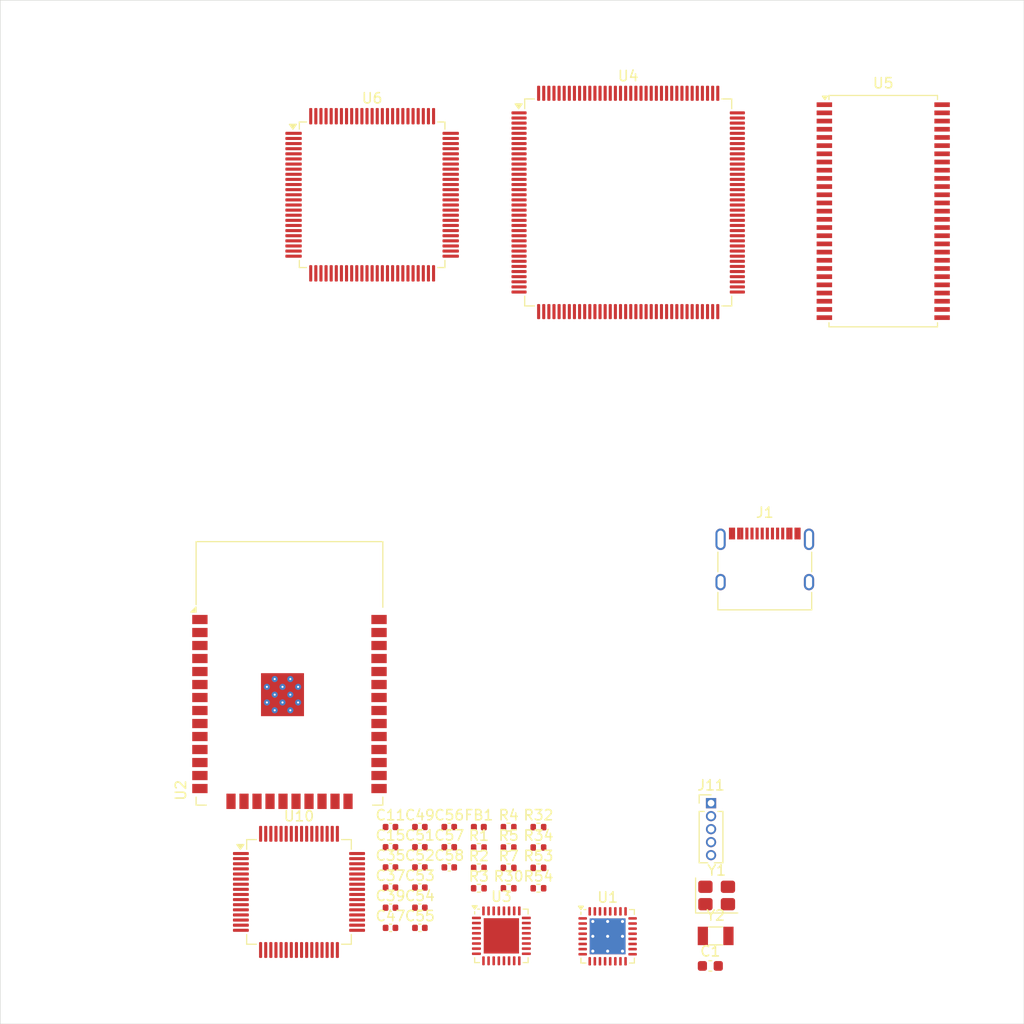
<source format=kicad_pcb>
(kicad_pcb (version 20241229) (generator "pcbnew") (generator_version "9.0")
  (layers (0 "F.Cu" signal) (2 "B.Cu" signal) (13 "F.Paste" user) (15 "B.Paste" user) (5 "F.SilkS" user "F.Silkscreen") (7 "B.SilkS" user "B.Silkscreen") (1 "F.Mask" user) (3 "B.Mask" user) (25 "Edge.Cuts" user))
  (net 0 "")
  (net 1 "GND")
  (net 2 "USB_VBUS")
  (net 3 "VDD_ADC")
  (net 4 "+3V3")
  (net 5 "Net-(U10-VCAP_1)")
  (net 6 "Net-(U10-VCAP_2)")
  (net 7 "RESET_MCU")
  (net 8 "Net-(U10-VDDA)")
  (net 9 "Net-(U10-PH0)")
  (net 10 "Net-(U10-PH1)")
  (net 11 "Net-(U10-PC14)")
  (net 12 "Net-(U10-PC15)")
  (net 13 "SWDIO")
  (net 14 "SWCLK")
  (net 15 "+12V")
  (net 16 "Net-(R3-Pad1)")
  (net 17 "USB_CC1")
  (net 18 "USB_CC2")
  (net 19 "BOOT0")
  (net 52 "Net-(U2-GND-Pad1)")
  (net 89 "ULPI_D6")
  (net 90 "ULPI_NXT")
  (net 91 "ULPI_D1")
  (net 93 "ULPI_D5")
  (net 99 "ULPI_D4")
  (net 100 "ULPI_STP")
  (net 101 "ULPI_DIR")
  (net 102 "ULPI_D3")
  (net 104 "ULPI_D7")
  (net 110 "ULPI_D0")
  (net 113 "ULPI_CLK")
  (net 119 "ULPI_D2")
  (net 120 "I2C2_SDA")
  (net 121 "I2C0_SCL")
  (net 126 "USBHS_D-")
  (net 129 "USBFS_D-")
  (net 131 "BOOT1")
  (net 133 "USART0_TX")
  (net 134 "I2C0_SDA")
  (net 135 "USART0_RX")
  (net 136 "SPI0_MOSI")
  (net 144 "USBFS_D+")
  (net 149 "USBHS_D+")
  (net 150 "SPI0_MISO")
  (net 156 "USB_D+")
  (net 157 "USB_D-")
  (net 170 "Net-(U4-VSS-Pad109)")
  (net 297 "Net-(U5-VDDQ-Pad3)")
  (net 300 "Net-(U5-VDD-Pad1)")
  (net 305 "Net-(U5-VSS-Pad28)")
  (net 308 "Net-(U5-VSSQ-Pad12)")
  (net 346 "Net-(U6-VSS-Pad2)")
  (footprint "Capacitor_SMD:C_0402_1005Metric" (layer "F.Cu") (at 160.99 128.64)
    (property "Reference" "C54" (at 0 -1.16 0) (layer "F.SilkS"))
    (property "Value" "10uF 0402")
    (pad "1" smd roundrect (at -0.48 0) (size 0.56 0.62) (layers "F.Cu" "F.Mask" "F.Paste") (net 1 "GND"))
    (pad "2" smd roundrect (at 0.48 0) (size 0.56 0.62) (layers "F.Cu" "F.Mask" "F.Paste") (net 8 "Net-(U10-VDDA)"))
  )
  (footprint "Capacitor_SMD:C_0402_1005Metric" (layer "F.Cu") (at 158.12 128.64)
    (property "Reference" "C39" (at 0 -1.16 0) (layer "F.SilkS"))
    (property "Value" "0.1uF")
    (pad "1" smd roundrect (at -0.48 0) (size 0.56 0.62) (layers "F.Cu" "F.Mask" "F.Paste") (net 1 "GND"))
    (pad "2" smd roundrect (at 0.48 0) (size 0.56 0.62) (layers "F.Cu" "F.Mask" "F.Paste") (net 4 "+3V3"))
  )
  (footprint "Capacitor_SMD:C_0402_1005Metric" (layer "F.Cu") (at 160.99 122.73)
    (property "Reference" "C51" (at 0 -1.16 0) (layer "F.SilkS"))
    (property "Value" "10uF 0402")
    (pad "1" smd roundrect (at -0.48 0) (size 0.56 0.62) (layers "F.Cu" "F.Mask" "F.Paste") (net 1 "GND"))
    (pad "2" smd roundrect (at 0.48 0) (size 0.56 0.62) (layers "F.Cu" "F.Mask" "F.Paste") (net 6 "Net-(U10-VCAP_2)"))
  )
  (footprint "Package_QFP:LQFP-100_14x14mm_P0.5mm" (layer "F.Cu") (at 156.325 59)
    (property "Reference" "U6" (at 0 -9.43 0) (layer "F.SilkS"))
    (property "Value" "STM32F469VITx")
    (pad "1" smd roundrect (at -7.675 -6) (size 1.6 0.3) (layers "F.Cu" "F.Mask" "F.Paste"))
    (pad "2" smd roundrect (at -7.675 -5.5) (size 1.6 0.3) (layers "F.Cu" "F.Mask" "F.Paste") (net 346 "Net-(U6-VSS-Pad2)"))
    (pad "3" smd roundrect (at -7.675 -5) (size 1.6 0.3) (layers "F.Cu" "F.Mask" "F.Paste"))
    (pad "4" smd roundrect (at -7.675 -4.5) (size 1.6 0.3) (layers "F.Cu" "F.Mask" "F.Paste"))
    (pad "5" smd roundrect (at -7.675 -4) (size 1.6 0.3) (layers "F.Cu" "F.Mask" "F.Paste"))
    (pad "6" smd roundrect (at -7.675 -3.5) (size 1.6 0.3) (layers "F.Cu" "F.Mask" "F.Paste"))
    (pad "7" smd roundrect (at -7.675 -3) (size 1.6 0.3) (layers "F.Cu" "F.Mask" "F.Paste") (net 346 "Net-(U6-VSS-Pad2)"))
    (pad "8" smd roundrect (at -7.675 -2.5) (size 1.6 0.3) (layers "F.Cu" "F.Mask" "F.Paste"))
    (pad "9" smd roundrect (at -7.675 -2) (size 1.6 0.3) (layers "F.Cu" "F.Mask" "F.Paste"))
    (pad "10" smd roundrect (at -7.675 -1.5) (size 1.6 0.3) (layers "F.Cu" "F.Mask" "F.Paste"))
    (pad "11" smd roundrect (at -7.675 -1) (size 1.6 0.3) (layers "F.Cu" "F.Mask" "F.Paste"))
    (pad "12" smd roundrect (at -7.675 -0.5) (size 1.6 0.3) (layers "F.Cu" "F.Mask" "F.Paste"))
    (pad "13" smd roundrect (at -7.675 0) (size 1.6 0.3) (layers "F.Cu" "F.Mask" "F.Paste"))
    (pad "14" smd roundrect (at -7.675 0.5) (size 1.6 0.3) (layers "F.Cu" "F.Mask" "F.Paste"))
    (pad "15" smd roundrect (at -7.675 1) (size 1.6 0.3) (layers "F.Cu" "F.Mask" "F.Paste"))
    (pad "16" smd roundrect (at -7.675 1.5) (size 1.6 0.3) (layers "F.Cu" "F.Mask" "F.Paste"))
    (pad "17" smd roundrect (at -7.675 2) (size 1.6 0.3) (layers "F.Cu" "F.Mask" "F.Paste"))
    (pad "18" smd roundrect (at -7.675 2.5) (size 1.6 0.3) (layers "F.Cu" "F.Mask" "F.Paste"))
    (pad "19" smd roundrect (at -7.675 3) (size 1.6 0.3) (layers "F.Cu" "F.Mask" "F.Paste"))
    (pad "20" smd roundrect (at -7.675 3.5) (size 1.6 0.3) (layers "F.Cu" "F.Mask" "F.Paste"))
    (pad "21" smd roundrect (at -7.675 4) (size 1.6 0.3) (layers "F.Cu" "F.Mask" "F.Paste"))
    (pad "22" smd roundrect (at -7.675 4.5) (size 1.6 0.3) (layers "F.Cu" "F.Mask" "F.Paste"))
    (pad "23" smd roundrect (at -7.675 5) (size 1.6 0.3) (layers "F.Cu" "F.Mask" "F.Paste") (net 346 "Net-(U6-VSS-Pad2)"))
    (pad "24" smd roundrect (at -7.675 5.5) (size 1.6 0.3) (layers "F.Cu" "F.Mask" "F.Paste"))
    (pad "25" smd roundrect (at -7.675 6) (size 1.6 0.3) (layers "F.Cu" "F.Mask" "F.Paste"))
    (pad "26" smd roundrect (at -6 7.675) (size 0.3 1.6) (layers "F.Cu" "F.Mask" "F.Paste"))
    (pad "27" smd roundrect (at -5.5 7.675) (size 0.3 1.6) (layers "F.Cu" "F.Mask" "F.Paste"))
    (pad "28" smd roundrect (at -5 7.675) (size 0.3 1.6) (layers "F.Cu" "F.Mask" "F.Paste"))
    (pad "29" smd roundrect (at -4.5 7.675) (size 0.3 1.6) (layers "F.Cu" "F.Mask" "F.Paste"))
    (pad "30" smd roundrect (at -4 7.675) (size 0.3 1.6) (layers "F.Cu" "F.Mask" "F.Paste"))
    (pad "31" smd roundrect (at -3.5 7.675) (size 0.3 1.6) (layers "F.Cu" "F.Mask" "F.Paste"))
    (pad "32" smd roundrect (at -3 7.675) (size 0.3 1.6) (layers "F.Cu" "F.Mask" "F.Paste"))
    (pad "33" smd roundrect (at -2.5 7.675) (size 0.3 1.6) (layers "F.Cu" "F.Mask" "F.Paste"))
    (pad "34" smd roundrect (at -2 7.675) (size 0.3 1.6) (layers "F.Cu" "F.Mask" "F.Paste"))
    (pad "35" smd roundrect (at -1.5 7.675) (size 0.3 1.6) (layers "F.Cu" "F.Mask" "F.Paste"))
    (pad "36" smd roundrect (at -1 7.675) (size 0.3 1.6) (layers "F.Cu" "F.Mask" "F.Paste"))
    (pad "37" smd roundrect (at -0.5 7.675) (size 0.3 1.6) (layers "F.Cu" "F.Mask" "F.Paste"))
    (pad "38" smd roundrect (at 0 7.675) (size 0.3 1.6) (layers "F.Cu" "F.Mask" "F.Paste"))
    (pad "39" smd roundrect (at 0.5 7.675) (size 0.3 1.6) (layers "F.Cu" "F.Mask" "F.Paste"))
    (pad "40" smd roundrect (at 1 7.675) (size 0.3 1.6) (layers "F.Cu" "F.Mask" "F.Paste"))
    (pad "41" smd roundrect (at 1.5 7.675) (size 0.3 1.6) (layers "F.Cu" "F.Mask" "F.Paste"))
    (pad "42" smd roundrect (at 2 7.675) (size 0.3 1.6) (layers "F.Cu" "F.Mask" "F.Paste"))
    (pad "43" smd roundrect (at 2.5 7.675) (size 0.3 1.6) (layers "F.Cu" "F.Mask" "F.Paste"))
    (pad "44" smd roundrect (at 3 7.675) (size 0.3 1.6) (layers "F.Cu" "F.Mask" "F.Paste") (net 346 "Net-(U6-VSS-Pad2)"))
    (pad "45" smd roundrect (at 3.5 7.675) (size 0.3 1.6) (layers "F.Cu" "F.Mask" "F.Paste"))
    (pad "46" smd roundrect (at 4 7.675) (size 0.3 1.6) (layers "F.Cu" "F.Mask" "F.Paste"))
    (pad "47" smd roundrect (at 4.5 7.675) (size 0.3 1.6) (layers "F.Cu" "F.Mask" "F.Paste"))
    (pad "48" smd roundrect (at 5 7.675) (size 0.3 1.6) (layers "F.Cu" "F.Mask" "F.Paste"))
    (pad "49" smd roundrect (at 5.5 7.675) (size 0.3 1.6) (layers "F.Cu" "F.Mask" "F.Paste"))
    (pad "50" smd roundrect (at 6 7.675) (size 0.3 1.6) (layers "F.Cu" "F.Mask" "F.Paste"))
    (pad "51" smd roundrect (at 7.675 6) (size 1.6 0.3) (layers "F.Cu" "F.Mask" "F.Paste"))
    (pad "52" smd roundrect (at 7.675 5.5) (size 1.6 0.3) (layers "F.Cu" "F.Mask" "F.Paste"))
    (pad "53" smd roundrect (at 7.675 5) (size 1.6 0.3) (layers "F.Cu" "F.Mask" "F.Paste"))
    (pad "54" smd roundrect (at 7.675 4.5) (size 1.6 0.3) (layers "F.Cu" "F.Mask" "F.Paste"))
    (pad "55" smd roundrect (at 7.675 4) (size 1.6 0.3) (layers "F.Cu" "F.Mask" "F.Paste"))
    (pad "56" smd roundrect (at 7.675 3.5) (size 1.6 0.3) (layers "F.Cu" "F.Mask" "F.Paste"))
    (pad "57" smd roundrect (at 7.675 3) (size 1.6 0.3) (layers "F.Cu" "F.Mask" "F.Paste"))
    (pad "58" smd roundrect (at 7.675 2.5) (size 1.6 0.3) (layers "F.Cu" "F.Mask" "F.Paste"))
    (pad "59" smd roundrect (at 7.675 2) (size 1.6 0.3) (layers "F.Cu" "F.Mask" "F.Paste"))
    (pad "60" smd roundrect (at 7.675 1.5) (size 1.6 0.3) (layers "F.Cu" "F.Mask" "F.Paste"))
    (pad "61" smd roundrect (at 7.675 1) (size 1.6 0.3) (layers "F.Cu" "F.Mask" "F.Paste"))
    (pad "62" smd roundrect (at 7.675 0.5) (size 1.6 0.3) (layers "F.Cu" "F.Mask" "F.Paste"))
    (pad "63" smd roundrect (at 7.675 0) (size 1.6 0.3) (layers "F.Cu" "F.Mask" "F.Paste"))
    (pad "64" smd roundrect (at 7.675 -0.5) (size 1.6 0.3) (layers "F.Cu" "F.Mask" "F.Paste"))
    (pad "65" smd roundrect (at 7.675 -1) (size 1.6 0.3) (layers "F.Cu" "F.Mask" "F.Paste"))
    (pad "66" smd roundrect (at 7.675 -1.5) (size 1.6 0.3) (layers "F.Cu" "F.Mask" "F.Paste"))
    (pad "67" smd roundrect (at 7.675 -2) (size 1.6 0.3) (layers "F.Cu" "F.Mask" "F.Paste"))
    (pad "68" smd roundrect (at 7.675 -2.5) (size 1.6 0.3) (layers "F.Cu" "F.Mask" "F.Paste"))
    (pad "69" smd roundrect (at 7.675 -3) (size 1.6 0.3) (layers "F.Cu" "F.Mask" "F.Paste"))
    (pad "70" smd roundrect (at 7.675 -3.5) (size 1.6 0.3) (layers "F.Cu" "F.Mask" "F.Paste"))
    (pad "71" smd roundrect (at 7.675 -4) (size 1.6 0.3) (layers "F.Cu" "F.Mask" "F.Paste"))
    (pad "72" smd roundrect (at 7.675 -4.5) (size 1.6 0.3) (layers "F.Cu" "F.Mask" "F.Paste"))
    (pad "73" smd roundrect (at 7.675 -5) (size 1.6 0.3) (layers "F.Cu" "F.Mask" "F.Paste"))
    (pad "74" smd roundrect (at 7.675 -5.5) (size 1.6 0.3) (layers "F.Cu" "F.Mask" "F.Paste"))
    (pad "75" smd roundrect (at 7.675 -6) (size 1.6 0.3) (layers "F.Cu" "F.Mask" "F.Paste"))
    (pad "76" smd roundrect (at 6 -7.675) (size 0.3 1.6) (layers "F.Cu" "F.Mask" "F.Paste"))
    (pad "77" smd roundrect (at 5.5 -7.675) (size 0.3 1.6) (layers "F.Cu" "F.Mask" "F.Paste"))
    (pad "78" smd roundrect (at 5 -7.675) (size 0.3 1.6) (layers "F.Cu" "F.Mask" "F.Paste") (net 346 "Net-(U6-VSS-Pad2)"))
    (pad "79" smd roundrect (at 4.5 -7.675) (size 0.3 1.6) (layers "F.Cu" "F.Mask" "F.Paste"))
    (pad "80" smd roundrect (at 4 -7.675) (size 0.3 1.6) (layers "F.Cu" "F.Mask" "F.Paste"))
    (pad "81" smd roundrect (at 3.5 -7.675) (size 0.3 1.6) (layers "F.Cu" "F.Mask" "F.Paste"))
    (pad "82" smd roundrect (at 3 -7.675) (size 0.3 1.6) (layers "F.Cu" "F.Mask" "F.Paste"))
    (pad "83" smd roundrect (at 2.5 -7.675) (size 0.3 1.6) (layers "F.Cu" "F.Mask" "F.Paste"))
    (pad "84" smd roundrect (at 2 -7.675) (size 0.3 1.6) (layers "F.Cu" "F.Mask" "F.Paste"))
    (pad "85" smd roundrect (at 1.5 -7.675) (size 0.3 1.6) (layers "F.Cu" "F.Mask" "F.Paste"))
    (pad "86" smd roundrect (at 1 -7.675) (size 0.3 1.6) (layers "F.Cu" "F.Mask" "F.Paste"))
    (pad "87" smd roundrect (at 0.5 -7.675) (size 0.3 1.6) (layers "F.Cu" "F.Mask" "F.Paste"))
    (pad "88" smd roundrect (at 0 -7.675) (size 0.3 1.6) (layers "F.Cu" "F.Mask" "F.Paste"))
    (pad "89" smd roundrect (at -0.5 -7.675) (size 0.3 1.6) (layers "F.Cu" "F.Mask" "F.Paste"))
    (pad "90" smd roundrect (at -1 -7.675) (size 0.3 1.6) (layers "F.Cu" "F.Mask" "F.Paste"))
    (pad "91" smd roundrect (at -1.5 -7.675) (size 0.3 1.6) (layers "F.Cu" "F.Mask" "F.Paste"))
    (pad "92" smd roundrect (at -2 -7.675) (size 0.3 1.6) (layers "F.Cu" "F.Mask" "F.Paste"))
    (pad "93" smd roundrect (at -2.5 -7.675) (size 0.3 1.6) (layers "F.Cu" "F.Mask" "F.Paste"))
    (pad "94" smd roundrect (at -3 -7.675) (size 0.3 1.6) (layers "F.Cu" "F.Mask" "F.Paste"))
    (pad "95" smd roundrect (at -3.5 -7.675) (size 0.3 1.6) (layers "F.Cu" "F.Mask" "F.Paste"))
    (pad "96" smd roundrect (at -4 -7.675) (size 0.3 1.6) (layers "F.Cu" "F.Mask" "F.Paste"))
    (pad "97" smd roundrect (at -4.5 -7.675) (size 0.3 1.6) (layers "F.Cu" "F.Mask" "F.Paste"))
    (pad "98" smd roundrect (at -5 -7.675) (size 0.3 1.6) (layers "F.Cu" "F.Mask" "F.Paste"))
    (pad "99" smd roundrect (at -5.5 -7.675) (size 0.3 1.6) (layers "F.Cu" "F.Mask" "F.Paste"))
    (pad "100" smd roundrect (at -6 -7.675) (size 0.3 1.6) (layers "F.Cu" "F.Mask" "F.Paste"))
  )
  (footprint "Resistor_SMD:R_0402_1005Metric" (layer "F.Cu") (at 172.57 120.77)
    (property "Reference" "R32" (at 0 -1.17 0) (layer "F.SilkS"))
    (property "Value" "0R")
    (pad "1" smd roundrect (at -0.51 0) (size 0.54 0.64) (layers "F.Cu" "F.Mask" "F.Paste") (net 1 "GND"))
    (pad "2" smd roundrect (at 0.51 0) (size 0.54 0.64) (layers "F.Cu" "F.Mask" "F.Paste") (net 6 "Net-(U10-VCAP_2)"))
  )
  (footprint "Resistor_SMD:R_0402_1005Metric" (layer "F.Cu") (at 172.57 122.76)
    (property "Reference" "R34" (at 0 -1.17 0) (layer "F.SilkS"))
    (property "Value" "100k")
    (pad "1" smd roundrect (at -0.51 0) (size 0.54 0.64) (layers "F.Cu" "F.Mask" "F.Paste") (net 1 "GND"))
    (pad "2" smd roundrect (at 0.51 0) (size 0.54 0.64) (layers "F.Cu" "F.Mask" "F.Paste") (net 19 "BOOT0"))
  )
  (footprint "Capacitor_SMD:C_0603_1608Metric" (layer "F.Cu") (at 189.36 134.3275)
    (property "Reference" "C1" (at 0 -1.43 0) (layer "F.SilkS"))
    (property "Value" "10uF")
    (pad "1" smd roundrect (at -0.775 0) (size 0.9 0.95) (layers "F.Cu" "F.Mask" "F.Paste") (net 1 "GND"))
    (pad "2" smd roundrect (at 0.775 0) (size 0.9 0.95) (layers "F.Cu" "F.Mask" "F.Paste") (net 2 "USB_VBUS"))
  )
  (footprint "Resistor_SMD:R_0402_1005Metric" (layer "F.Cu") (at 166.75 124.75)
    (property "Reference" "R2" (at 0 -1.17 0) (layer "F.SilkS"))
    (property "Value" "51k")
    (pad "1" smd roundrect (at -0.51 0) (size 0.54 0.64) (layers "F.Cu" "F.Mask" "F.Paste") (net 3 "VDD_ADC"))
    (pad "2" smd roundrect (at 0.51 0) (size 0.54 0.64) (layers "F.Cu" "F.Mask" "F.Paste") (net 15 "+12V"))
  )
  (footprint "RF_Module:ESP32-WROOM-32" (layer "F.Cu") (at 148.25 108.74)
    (property "Reference" "U2" (at -10.61 8.43 90) (layer "F.SilkS"))
    (property "Value" "ESP32-WROOM-32")
    (pad "1" smd rect (at -8.75 -8.25) (size 1.5 0.9) (layers "F.Cu" "F.Mask" "F.Paste") (net 52 "Net-(U2-GND-Pad1)"))
    (pad "2" smd rect (at -8.75 -6.98) (size 1.5 0.9) (layers "F.Cu" "F.Mask" "F.Paste"))
    (pad "3" smd rect (at -8.75 -5.71) (size 1.5 0.9) (layers "F.Cu" "F.Mask" "F.Paste"))
    (pad "4" smd rect (at -8.75 -4.44) (size 1.5 0.9) (layers "F.Cu" "F.Mask" "F.Paste"))
    (pad "5" smd rect (at -8.75 -3.17) (size 1.5 0.9) (layers "F.Cu" "F.Mask" "F.Paste"))
    (pad "6" smd rect (at -8.75 -1.9) (size 1.5 0.9) (layers "F.Cu" "F.Mask" "F.Paste"))
    (pad "7" smd rect (at -8.75 -0.63) (size 1.5 0.9) (layers "F.Cu" "F.Mask" "F.Paste"))
    (pad "8" smd rect (at -8.75 0.64) (size 1.5 0.9) (layers "F.Cu" "F.Mask" "F.Paste"))
    (pad "9" smd rect (at -8.75 1.91) (size 1.5 0.9) (layers "F.Cu" "F.Mask" "F.Paste"))
    (pad "10" smd rect (at -8.75 3.18) (size 1.5 0.9) (layers "F.Cu" "F.Mask" "F.Paste"))
    (pad "11" smd rect (at -8.75 4.45) (size 1.5 0.9) (layers "F.Cu" "F.Mask" "F.Paste"))
    (pad "12" smd rect (at -8.75 5.72) (size 1.5 0.9) (layers "F.Cu" "F.Mask" "F.Paste"))
    (pad "13" smd rect (at -8.75 6.99) (size 1.5 0.9) (layers "F.Cu" "F.Mask" "F.Paste"))
    (pad "14" smd rect (at -8.75 8.26) (size 1.5 0.9) (layers "F.Cu" "F.Mask" "F.Paste"))
    (pad "15" smd rect (at -5.71 9.51 90) (size 1.5 0.9) (layers "F.Cu" "F.Mask" "F.Paste") (net 52 "Net-(U2-GND-Pad1)"))
    (pad "16" smd rect (at -4.44 9.51 90) (size 1.5 0.9) (layers "F.Cu" "F.Mask" "F.Paste"))
    (pad "17" smd rect (at -3.17 9.51 90) (size 1.5 0.9) (layers "F.Cu" "F.Mask" "F.Paste"))
    (pad "18" smd rect (at -1.9 9.51 90) (size 1.5 0.9) (layers "F.Cu" "F.Mask" "F.Paste"))
    (pad "19" smd rect (at -0.63 9.51 90) (size 1.5 0.9) (layers "F.Cu" "F.Mask" "F.Paste"))
    (pad "20" smd rect (at 0.64 9.51 90) (size 1.5 0.9) (layers "F.Cu" "F.Mask" "F.Paste"))
    (pad "21" smd rect (at 1.91 9.51 90) (size 1.5 0.9) (layers "F.Cu" "F.Mask" "F.Paste"))
    (pad "22" smd rect (at 3.18 9.51 90) (size 1.5 0.9) (layers "F.Cu" "F.Mask" "F.Paste"))
    (pad "23" smd rect (at 4.45 9.51 90) (size 1.5 0.9) (layers "F.Cu" "F.Mask" "F.Paste"))
    (pad "24" smd rect (at 5.72 9.51 90) (size 1.5 0.9) (layers "F.Cu" "F.Mask" "F.Paste"))
    (pad "25" smd rect (at 8.75 8.26) (size 1.5 0.9) (layers "F.Cu" "F.Mask" "F.Paste"))
    (pad "26" smd rect (at 8.75 6.99) (size 1.5 0.9) (layers "F.Cu" "F.Mask" "F.Paste"))
    (pad "27" smd rect (at 8.75 5.72) (size 1.5 0.9) (layers "F.Cu" "F.Mask" "F.Paste"))
    (pad "28" smd rect (at 8.75 4.45) (size 1.5 0.9) (layers "F.Cu" "F.Mask" "F.Paste"))
    (pad "29" smd rect (at 8.75 3.18) (size 1.5 0.9) (layers "F.Cu" "F.Mask" "F.Paste"))
    (pad "30" smd rect (at 8.75 1.91) (size 1.5 0.9) (layers "F.Cu" "F.Mask" "F.Paste"))
    (pad "31" smd rect (at 8.75 0.64) (size 1.5 0.9) (layers "F.Cu" "F.Mask" "F.Paste"))
    (pad "32" smd rect (at 8.75 -0.63) (size 1.5 0.9) (layers "F.Cu" "F.Mask" "F.Paste"))
    (pad "33" smd rect (at 8.75 -1.9) (size 1.5 0.9) (layers "F.Cu" "F.Mask" "F.Paste"))
    (pad "34" smd rect (at 8.75 -3.17) (size 1.5 0.9) (layers "F.Cu" "F.Mask" "F.Paste"))
    (pad "35" smd rect (at 8.75 -4.44) (size 1.5 0.9) (layers "F.Cu" "F.Mask" "F.Paste"))
    (pad "36" smd rect (at 8.75 -5.71) (size 1.5 0.9) (layers "F.Cu" "F.Mask" "F.Paste"))
    (pad "37" smd rect (at 8.75 -6.98) (size 1.5 0.9) (layers "F.Cu" "F.Mask" "F.Paste"))
    (pad "38" smd rect (at 8.75 -8.25) (size 1.5 0.9) (layers "F.Cu" "F.Mask" "F.Paste") (net 52 "Net-(U2-GND-Pad1)"))
    (pad "39" smd rect (at -2.205 -2.435) (size 1.05 1.05) (layers "F.Cu" "F.Paste") (net 52 "Net-(U2-GND-Pad1)"))
    (pad "39" thru_hole circle (at -2.205 -1.6725) (size 0.6 0.6) (drill 0.2) (property pad_prop_heatsink) (layers "*.Cu" "F.Mask") (net 52 "Net-(U2-GND-Pad1)"))
    (pad "39" smd rect (at -2.205 -0.91) (size 1.05 1.05) (layers "F.Cu" "F.Paste") (net 52 "Net-(U2-GND-Pad1)"))
    (pad "39" thru_hole circle (at -2.205 -0.1475) (size 0.6 0.6) (drill 0.2) (property pad_prop_heatsink) (layers "*.Cu" "F.Mask") (net 52 "Net-(U2-GND-Pad1)"))
    (pad "39" smd rect (at -2.205 0.615) (size 1.05 1.05) (layers "F.Cu" "F.Paste") (net 52 "Net-(U2-GND-Pad1)"))
    (pad "39" thru_hole circle (at -1.4425 -2.435) (size 0.6 0.6) (drill 0.2) (property pad_prop_heatsink) (layers "*.Cu" "F.Mask") (net 52 "Net-(U2-GND-Pad1)"))
    (pad "39" thru_hole circle (at -1.4425 -0.91) (size 0.6 0.6) (drill 0.2) (property pad_prop_heatsink) (layers "*.Cu" "F.Mask") (net 52 "Net-(U2-GND-Pad1)"))
    (pad "39" thru_hole circle (at -1.4425 0.615) (size 0.6 0.6) (drill 0.2) (property pad_prop_heatsink) (layers "*.Cu" "F.Mask") (net 52 "Net-(U2-GND-Pad1)"))
    (pad "39" smd rect (at -0.68 -2.435) (size 1.05 1.05) (layers "F.Cu" "F.Paste") (net 52 "Net-(U2-GND-Pad1)"))
    (pad "39" thru_hole circle (at -0.68 -1.6725) (size 0.6 0.6) (drill 0.2) (property pad_prop_heatsink) (layers "*.Cu" "F.Mask") (net 52 "Net-(U2-GND-Pad1)"))
    (pad "39" smd rect (at -0.68 -0.91) (size 1.05 1.05) (layers "F.Cu" "F.Paste") (net 52 "Net-(U2-GND-Pad1)"))
    (pad "39" smd rect (at -0.68 -0.91) (size 4.2 4.2) (property pad_prop_heatsink) (layers "F.Cu" "F.Mask") (net 52 "Net-(U2-GND-Pad1)"))
    (pad "39" thru_hole circle (at -0.68 -0.1475) (size 0.6 0.6) (drill 0.2) (property pad_prop_heatsink) (layers "*.Cu" "F.Mask") (net 52 "Net-(U2-GND-Pad1)"))
    (pad "39" smd rect (at -0.68 0.615) (size 1.05 1.05) (layers "F.Cu" "F.Paste") (net 52 "Net-(U2-GND-Pad1)"))
    (pad "39" thru_hole circle (at 0.0825 -2.435) (size 0.6 0.6) (drill 0.2) (property pad_prop_heatsink) (layers "*.Cu" "F.Mask") (net 52 "Net-(U2-GND-Pad1)"))
    (pad "39" thru_hole circle (at 0.0825 -0.91) (size 0.6 0.6) (drill 0.2) (property pad_prop_heatsink) (layers "*.Cu" "F.Mask") (net 52 "Net-(U2-GND-Pad1)"))
    (pad "39" thru_hole circle (at 0.0825 0.615) (size 0.6 0.6) (drill 0.2) (property pad_prop_heatsink) (layers "*.Cu" "F.Mask") (net 52 "Net-(U2-GND-Pad1)"))
    (pad "39" smd rect (at 0.845 -2.435) (size 1.05 1.05) (layers "F.Cu" "F.Paste") (net 52 "Net-(U2-GND-Pad1)"))
    (pad "39" thru_hole circle (at 0.845 -1.6725) (size 0.6 0.6) (drill 0.2) (property pad_prop_heatsink) (layers "*.Cu" "F.Mask") (net 52 "Net-(U2-GND-Pad1)"))
    (pad "39" smd rect (at 0.845 -0.91) (size 1.05 1.05) (layers "F.Cu" "F.Paste") (net 52 "Net-(U2-GND-Pad1)"))
    (pad "39" thru_hole circle (at 0.845 -0.1475) (size 0.6 0.6) (drill 0.2) (property pad_prop_heatsink) (layers "*.Cu" "F.Mask") (net 52 "Net-(U2-GND-Pad1)"))
    (pad "39" smd rect (at 0.845 0.615) (size 1.05 1.05) (layers "F.Cu" "F.Paste") (net 52 "Net-(U2-GND-Pad1)"))
  )
  (footprint "Resistor_SMD:R_0402_1005Metric" (layer "F.Cu") (at 166.75 122.76)
    (property "Reference" "R1" (at 0 -1.17 0) (layer "F.SilkS"))
    (property "Value" "NC")
    (pad "1" smd roundrect (at -0.51 0) (size 0.54 0.64) (layers "F.Cu" "F.Mask" "F.Paste") (net 7 "RESET_MCU"))
    (pad "2" smd roundrect (at 0.51 0) (size 0.54 0.64) (layers "F.Cu" "F.Mask" "F.Paste") (net 4 "+3V3"))
  )
  (footprint "Package_QFP:LQFP-64_10x10mm_P0.5mm" (layer "F.Cu") (at 149.18 127.0975)
    (property "Reference" "U10" (at 0 -7.4 0) (layer "F.SilkS"))
    (property "Value" "STM32F405RGTx")
    (pad "1" smd roundrect (at -5.675 -3.75) (size 1.55 0.3) (layers "F.Cu" "F.Mask" "F.Paste") (net 4 "+3V3"))
    (pad "2" smd roundrect (at -5.675 -3.25) (size 1.55 0.3) (layers "F.Cu" "F.Mask" "F.Paste"))
    (pad "3" smd roundrect (at -5.675 -2.75) (size 1.55 0.3) (layers "F.Cu" "F.Mask" "F.Paste") (net 11 "Net-(U10-PC14)"))
    (pad "4" smd roundrect (at -5.675 -2.25) (size 1.55 0.3) (layers "F.Cu" "F.Mask" "F.Paste") (net 12 "Net-(U10-PC15)"))
    (pad "5" smd roundrect (at -5.675 -1.75) (size 1.55 0.3) (layers "F.Cu" "F.Mask" "F.Paste") (net 9 "Net-(U10-PH0)"))
    (pad "6" smd roundrect (at -5.675 -1.25) (size 1.55 0.3) (layers "F.Cu" "F.Mask" "F.Paste") (net 10 "Net-(U10-PH1)"))
    (pad "7" smd roundrect (at -5.675 -0.75) (size 1.55 0.3) (layers "F.Cu" "F.Mask" "F.Paste") (net 7 "RESET_MCU"))
    (pad "8" smd roundrect (at -5.675 -0.25) (size 1.55 0.3) (layers "F.Cu" "F.Mask" "F.Paste") (net 100 "ULPI_STP"))
    (pad "9" smd roundrect (at -5.675 0.25) (size 1.55 0.3) (layers "F.Cu" "F.Mask" "F.Paste"))
    (pad "10" smd roundrect (at -5.675 0.75) (size 1.55 0.3) (layers "F.Cu" "F.Mask" "F.Paste") (net 101 "ULPI_DIR"))
    (pad "11" smd roundrect (at -5.675 1.25) (size 1.55 0.3) (layers "F.Cu" "F.Mask" "F.Paste") (net 90 "ULPI_NXT"))
    (pad "12" smd roundrect (at -5.675 1.75) (size 1.55 0.3) (layers "F.Cu" "F.Mask" "F.Paste") (net 1 "GND"))
    (pad "13" smd roundrect (at -5.675 2.25) (size 1.55 0.3) (layers "F.Cu" "F.Mask" "F.Paste") (net 8 "Net-(U10-VDDA)"))
    (pad "14" smd roundrect (at -5.675 2.75) (size 1.55 0.3) (layers "F.Cu" "F.Mask" "F.Paste"))
    (pad "15" smd roundrect (at -5.675 3.25) (size 1.55 0.3) (layers "F.Cu" "F.Mask" "F.Paste") (net 3 "VDD_ADC"))
    (pad "16" smd roundrect (at -5.675 3.75) (size 1.55 0.3) (layers "F.Cu" "F.Mask" "F.Paste"))
    (pad "17" smd roundrect (at -3.75 5.675) (size 0.3 1.55) (layers "F.Cu" "F.Mask" "F.Paste") (net 110 "ULPI_D0"))
    (pad "18" smd roundrect (at -3.25 5.675) (size 0.3 1.55) (layers "F.Cu" "F.Mask" "F.Paste") (net 1 "GND"))
    (pad "19" smd roundrect (at -2.75 5.675) (size 0.3 1.55) (layers "F.Cu" "F.Mask" "F.Paste") (net 4 "+3V3"))
    (pad "20" smd roundrect (at -2.25 5.675) (size 0.3 1.55) (layers "F.Cu" "F.Mask" "F.Paste"))
    (pad "21" smd roundrect (at -1.75 5.675) (size 0.3 1.55) (layers "F.Cu" "F.Mask" "F.Paste") (net 113 "ULPI_CLK"))
    (pad "22" smd roundrect (at -1.25 5.675) (size 0.3 1.55) (layers "F.Cu" "F.Mask" "F.Paste") (net 150 "SPI0_MISO"))
    (pad "23" smd roundrect (at -0.75 5.675) (size 0.3 1.55) (layers "F.Cu" "F.Mask" "F.Paste") (net 136 "SPI0_MOSI"))
    (pad "24" smd roundrect (at -0.25 5.675) (size 0.3 1.55) (layers "F.Cu" "F.Mask" "F.Paste"))
    (pad "25" smd roundrect (at 0.25 5.675) (size 0.3 1.55) (layers "F.Cu" "F.Mask" "F.Paste"))
    (pad "26" smd roundrect (at 0.75 5.675) (size 0.3 1.55) (layers "F.Cu" "F.Mask" "F.Paste") (net 91 "ULPI_D1"))
    (pad "27" smd roundrect (at 1.25 5.675) (size 0.3 1.55) (layers "F.Cu" "F.Mask" "F.Paste") (net 119 "ULPI_D2"))
    (pad "28" smd roundrect (at 1.75 5.675) (size 0.3 1.55) (layers "F.Cu" "F.Mask" "F.Paste") (net 131 "BOOT1"))
    (pad "29" smd roundrect (at 2.25 5.675) (size 0.3 1.55) (layers "F.Cu" "F.Mask" "F.Paste") (net 102 "ULPI_D3"))
    (pad "30" smd roundrect (at 2.75 5.675) (size 0.3 1.55) (layers "F.Cu" "F.Mask" "F.Paste") (net 99 "ULPI_D4"))
    (pad "31" smd roundrect (at 3.25 5.675) (size 0.3 1.55) (layers "F.Cu" "F.Mask" "F.Paste") (net 5 "Net-(U10-VCAP_1)"))
    (pad "32" smd roundrect (at 3.75 5.675) (size 0.3 1.55) (layers "F.Cu" "F.Mask" "F.Paste") (net 4 "+3V3"))
    (pad "33" smd roundrect (at 5.675 3.75) (size 1.55 0.3) (layers "F.Cu" "F.Mask" "F.Paste") (net 93 "ULPI_D5"))
    (pad "34" smd roundrect (at 5.675 3.25) (size 1.55 0.3) (layers "F.Cu" "F.Mask" "F.Paste") (net 89 "ULPI_D6"))
    (pad "35" smd roundrect (at 5.675 2.75) (size 1.55 0.3) (layers "F.Cu" "F.Mask" "F.Paste") (net 126 "USBHS_D-"))
    (pad "36" smd roundrect (at 5.675 2.25) (size 1.55 0.3) (layers "F.Cu" "F.Mask" "F.Paste") (net 149 "USBHS_D+"))
    (pad "37" smd roundrect (at 5.675 1.75) (size 1.55 0.3) (layers "F.Cu" "F.Mask" "F.Paste"))
    (pad "38" smd roundrect (at 5.675 1.25) (size 1.55 0.3) (layers "F.Cu" "F.Mask" "F.Paste"))
    (pad "39" smd roundrect (at 5.675 0.75) (size 1.55 0.3) (layers "F.Cu" "F.Mask" "F.Paste"))
    (pad "40" smd roundrect (at 5.675 0.25) (size 1.55 0.3) (layers "F.Cu" "F.Mask" "F.Paste") (net 120 "I2C2_SDA"))
    (pad "41" smd roundrect (at 5.675 -0.25) (size 1.55 0.3) (layers "F.Cu" "F.Mask" "F.Paste"))
    (pad "42" smd roundrect (at 5.675 -0.75) (size 1.55 0.3) (layers "F.Cu" "F.Mask" "F.Paste") (net 133 "USART0_TX"))
    (pad "43" smd roundrect (at 5.675 -1.25) (size 1.55 0.3) (layers "F.Cu" "F.Mask" "F.Paste") (net 135 "USART0_RX"))
    (pad "44" smd roundrect (at 5.675 -1.75) (size 1.55 0.3) (layers "F.Cu" "F.Mask" "F.Paste") (net 129 "USBFS_D-"))
    (pad "45" smd roundrect (at 5.675 -2.25) (size 1.55 0.3) (layers "F.Cu" "F.Mask" "F.Paste") (net 144 "USBFS_D+"))
    (pad "46" smd roundrect (at 5.675 -2.75) (size 1.55 0.3) (layers "F.Cu" "F.Mask" "F.Paste") (net 13 "SWDIO"))
    (pad "47" smd roundrect (at 5.675 -3.25) (size 1.55 0.3) (layers "F.Cu" "F.Mask" "F.Paste") (net 6 "Net-(U10-VCAP_2)"))
    (pad "48" smd roundrect (at 5.675 -3.75) (size 1.55 0.3) (layers "F.Cu" "F.Mask" "F.Paste") (net 4 "+3V3"))
    (pad "49" smd roundrect (at 3.75 -5.675) (size 0.3 1.55) (layers "F.Cu" "F.Mask" "F.Paste") (net 14 "SWCLK"))
    (pad "50" smd roundrect (at 3.25 -5.675) (size 0.3 1.55) (layers "F.Cu" "F.Mask" "F.Paste"))
    (pad "51" smd roundrect (at 2.75 -5.675) (size 0.3 1.55) (layers "F.Cu" "F.Mask" "F.Paste"))
    (pad "52" smd roundrect (at 2.25 -5.675) (size 0.3 1.55) (layers "F.Cu" "F.Mask" "F.Paste"))
    (pad "53" smd roundrect (at 1.75 -5.675) (size 0.3 1.55) (layers "F.Cu" "F.Mask" "F.Paste"))
    (pad "54" smd roundrect (at 1.25 -5.675) (size 0.3 1.55) (layers "F.Cu" "F.Mask" "F.Paste"))
    (pad "55" smd roundrect (at 0.75 -5.675) (size 0.3 1.55) (layers "F.Cu" "F.Mask" "F.Paste"))
    (pad "56" smd roundrect (at 0.25 -5.675) (size 0.3 1.55) (layers "F.Cu" "F.Mask" "F.Paste"))
    (pad "57" smd roundrect (at -0.25 -5.675) (size 0.3 1.55) (layers "F.Cu" "F.Mask" "F.Paste") (net 104 "ULPI_D7"))
    (pad "58" smd roundrect (at -0.75 -5.675) (size 0.3 1.55) (layers "F.Cu" "F.Mask" "F.Paste") (net 121 "I2C0_SCL"))
    (pad "59" smd roundrect (at -1.25 -5.675) (size 0.3 1.55) (layers "F.Cu" "F.Mask" "F.Paste") (net 134 "I2C0_SDA"))
    (pad "60" smd roundrect (at -1.75 -5.675) (size 0.3 1.55) (layers "F.Cu" "F.Mask" "F.Paste") (net 19 "BOOT0"))
    (pad "61" smd roundrect (at -2.25 -5.675) (size 0.3 1.55) (layers "F.Cu" "F.Mask" "F.Paste"))
    (pad "62" smd roundrect (at -2.75 -5.675) (size 0.3 1.55) (layers "F.Cu" "F.Mask" "F.Paste"))
    (pad "63" smd roundrect (at -3.25 -5.675) (size 0.3 1.55) (layers "F.Cu" "F.Mask" "F.Paste") (net 1 "GND"))
    (pad "64" smd roundrect (at -3.75 -5.675) (size 0.3 1.55) (layers "F.Cu" "F.Mask" "F.Paste") (net 4 "+3V3"))
  )
  (footprint "Resistor_SMD:R_0402_1005Metric" (layer "F.Cu") (at 169.66 124.75)
    (property "Reference" "R7" (at 0 -1.17 0) (layer "F.SilkS"))
    (property "Value" "10k")
    (pad "1" smd roundrect (at -0.51 0) (size 0.54 0.64) (layers "F.Cu" "F.Mask" "F.Paste") (net 3 "VDD_ADC"))
    (pad "2" smd roundrect (at 0.51 0) (size 0.54 0.64) (layers "F.Cu" "F.Mask" "F.Paste") (net 1 "GND"))
  )
  (footprint "Resistor_SMD:R_0402_1005Metric" (layer "F.Cu") (at 169.66 120.77)
    (property "Reference" "R4" (at 0 -1.17 0) (layer "F.SilkS"))
    (property "Value" "5.1k")
    (pad "1" smd roundrect (at -0.51 0) (size 0.54 0.64) (layers "F.Cu" "F.Mask" "F.Paste") (net 1 "GND"))
    (pad "2" smd roundrect (at 0.51 0) (size 0.54 0.64) (layers "F.Cu" "F.Mask" "F.Paste") (net 17 "USB_CC1"))
  )
  (footprint "Resistor_SMD:R_0402_1005Metric" (layer "F.Cu") (at 169.66 126.74)
    (property "Reference" "R30" (at 0 -1.17 0) (layer "F.SilkS"))
    (property "Value" "0R")
    (pad "1" smd roundrect (at -0.51 0) (size 0.54 0.64) (layers "F.Cu" "F.Mask" "F.Paste") (net 1 "GND"))
    (pad "2" smd roundrect (at 0.51 0) (size 0.54 0.64) (layers "F.Cu" "F.Mask" "F.Paste") (net 5 "Net-(U10-VCAP_1)"))
  )
  (footprint "Package_CSP:LFCSP-32-1EP_5x5mm_P0.5mm_EP3.5x3.5mm_ThermalVias" (layer "F.Cu") (at 179.33 131.435)
    (property "Reference" "U1" (at 0 -3.8 0) (layer "F.SilkS"))
    (property "Value" "NAU88C22")
    (pad "1" smd roundrect (at -2.4375 -1.75) (size 0.825 0.25) (layers "F.Cu" "F.Mask" "F.Paste"))
    (pad "2" smd roundrect (at -2.4375 -1.25) (size 0.825 0.25) (layers "F.Cu" "F.Mask" "F.Paste"))
    (pad "3" smd roundrect (at -2.4375 -0.75) (size 0.825 0.25) (layers "F.Cu" "F.Mask" "F.Paste"))
    (pad "4" smd roundrect (at -2.4375 -0.25) (size 0.825 0.25) (layers "F.Cu" "F.Mask" "F.Paste"))
    (pad "5" smd roundrect (at -2.4375 0.25) (size 0.825 0.25) (layers "F.Cu" "F.Mask" "F.Paste"))
    (pad "6" smd roundrect (at -2.4375 0.75) (size 0.825 0.25) (layers "F.Cu" "F.Mask" "F.Paste"))
    (pad "7" smd roundrect (at -2.4375 1.25) (size 0.825 0.25) (layers "F.Cu" "F.Mask" "F.Paste"))
    (pad "8" smd roundrect (at -2.4375 1.75) (size 0.825 0.25) (layers "F.Cu" "F.Mask" "F.Paste"))
    (pad "9" smd roundrect (at -1.75 2.4375) (size 0.25 0.825) (layers "F.Cu" "F.Mask" "F.Paste"))
    (pad "10" smd roundrect (at -1.25 2.4375) (size 0.25 0.825) (layers "F.Cu" "F.Mask" "F.Paste"))
    (pad "11" smd roundrect (at -0.75 2.4375) (size 0.25 0.825) (layers "F.Cu" "F.Mask" "F.Paste"))
    (pad "12" smd roundrect (at -0.25 2.4375) (size 0.25 0.825) (layers "F.Cu" "F.Mask" "F.Paste"))
    (pad "13" smd roundrect (at 0.25 2.4375) (size 0.25 0.825) (layers "F.Cu" "F.Mask" "F.Paste"))
    (pad "14" smd roundrect (at 0.75 2.4375) (size 0.25 0.825) (layers "F.Cu" "F.Mask" "F.Paste"))
    (pad "15" smd roundrect (at 1.25 2.4375) (size 0.25 0.825) (layers "F.Cu" "F.Mask" "F.Paste"))
    (pad "16" smd roundrect (at 1.75 2.4375) (size 0.25 0.825) (layers "F.Cu" "F.Mask" "F.Paste"))
    (pad "17" smd roundrect (at 2.4375 1.75) (size 0.825 0.25) (layers "F.Cu" "F.Mask" "F.Paste"))
    (pad "18" smd roundrect (at 2.4375 1.25) (size 0.825 0.25) (layers "F.Cu" "F.Mask" "F.Paste"))
    (pad "19" smd roundrect (at 2.4375 0.75) (size 0.825 0.25) (layers "F.Cu" "F.Mask" "F.Paste"))
    (pad "20" smd roundrect (at 2.4375 0.25) (size 0.825 0.25) (layers "F.Cu" "F.Mask" "F.Paste"))
    (pad "21" smd roundrect (at 2.4375 -0.25) (size 0.825 0.25) (layers "F.Cu" "F.Mask" "F.Paste"))
    (pad "22" smd roundrect (at 2.4375 -0.75) (size 0.825 0.25) (layers "F.Cu" "F.Mask" "F.Paste"))
    (pad "23" smd roundrect (at 2.4375 -1.25) (size 0.825 0.25) (layers "F.Cu" "F.Mask" "F.Paste"))
    (pad "24" smd roundrect (at 2.4375 -1.75) (size 0.825 0.25) (layers "F.Cu" "F.Mask" "F.Paste"))
    (pad "25" smd roundrect (at 1.75 -2.4375) (size 0.25 0.825) (layers "F.Cu" "F.Mask" "F.Paste"))
    (pad "26" smd roundrect (at 1.25 -2.4375) (size 0.25 0.825) (layers "F.Cu" "F.Mask" "F.Paste"))
    (pad "27" smd roundrect (at 0.75 -2.4375) (size 0.25 0.825) (layers "F.Cu" "F.Mask" "F.Paste"))
    (pad "28" smd roundrect (at 0.25 -2.4375) (size 0.25 0.825) (layers "F.Cu" "F.Mask" "F.Paste"))
    (pad "29" smd roundrect (at -0.25 -2.4375) (size 0.25 0.825) (layers "F.Cu" "F.Mask" "F.Paste"))
    (pad "30" smd roundrect (at -0.75 -2.4375) (size 0.25 0.825) (layers "F.Cu" "F.Mask" "F.Paste"))
    (pad "31" smd roundrect (at -1.25 -2.4375) (size 0.25 0.825) (layers "F.Cu" "F.Mask" "F.Paste"))
    (pad "32" smd roundrect (at -1.75 -2.4375) (size 0.25 0.825) (layers "F.Cu" "F.Mask" "F.Paste"))
    (pad "33" thru_hole circle (at -1.45 -1.45) (size 0.6 0.6) (drill 0.3) (property pad_prop_heatsink) (layers "*.Cu"))
    (pad "33" thru_hole circle (at -1.45 0) (size 0.6 0.6) (drill 0.3) (property pad_prop_heatsink) (layers "*.Cu"))
    (pad "33" thru_hole circle (at -1.45 1.45) (size 0.6 0.6) (drill 0.3) (property pad_prop_heatsink) (layers "*.Cu"))
    (pad "33" thru_hole circle (at 0 -1.45) (size 0.6 0.6) (drill 0.3) (property pad_prop_heatsink) (layers "*.Cu"))
    (pad "33" thru_hole circle (at 0 0) (size 0.6 0.6) (drill 0.3) (property pad_prop_heatsink) (layers "*.Cu"))
    (pad "33" smd rect (at 0 0) (size 3.5 3.5) (property pad_prop_heatsink) (layers "F.Cu" "F.Mask"))
    (pad "33" smd rect (at 0 0) (size 3.5 3.5) (property pad_prop_heatsink) (layers "B.Cu"))
    (pad "33" thru_hole circle (at 0 1.45) (size 0.6 0.6) (drill 0.3) (property pad_prop_heatsink) (layers "*.Cu"))
    (pad "33" thru_hole circle (at 1.45 -1.45) (size 0.6 0.6) (drill 0.3) (property pad_prop_heatsink) (layers "*.Cu"))
    (pad "33" thru_hole circle (at 1.45 0) (size 0.6 0.6) (drill 0.3) (property pad_prop_heatsink) (layers "*.Cu"))
    (pad "33" thru_hole circle (at 1.45 1.45) (size 0.6 0.6) (drill 0.3) (property pad_prop_heatsink) (layers "*.Cu"))
  )
  (footprint "Connector_PinHeader_1.27mm:PinHeader_1x05_P1.27mm_Vertical" (layer "F.Cu") (at 189.43 118.4275)
    (property "Reference" "J11" (at 0 -1.745 0) (layer "F.SilkS"))
    (property "Value" "SWD")
    (pad "1" thru_hole rect (at 0 0) (size 1 1) (drill 0.65) (layers "*.Cu" "*.Mask") (net 4 "+3V3"))
    (pad "2" thru_hole circle (at 0 1.27) (size 1 1) (drill 0.65) (layers "*.Cu" "*.Mask") (net 14 "SWCLK"))
    (pad "3" thru_hole circle (at 0 2.54) (size 1 1) (drill 0.65) (layers "*.Cu" "*.Mask") (net 13 "SWDIO"))
    (pad "4" thru_hole circle (at 0 3.81) (size 1 1) (drill 0.65) (layers "*.Cu" "*.Mask") (net 1 "GND"))
    (pad "5" thru_hole circle (at 0 5.08) (size 1 1) (drill 0.65) (layers "*.Cu" "*.Mask") (net 7 "RESET_MCU"))
  )
  (footprint "Capacitor_SMD:C_0402_1005Metric" (layer "F.Cu") (at 163.86 122.73)
    (property "Reference" "C57" (at 0 -1.16 0) (layer "F.SilkS"))
    (property "Value" "19(18)pF")
    (pad "1" smd roundrect (at -0.48 0) (size 0.56 0.62) (layers "F.Cu" "F.Mask" "F.Paste") (net 11 "Net-(U10-PC14)"))
    (pad "2" smd roundrect (at 0.48 0) (size 0.56 0.62) (layers "F.Cu" "F.Mask" "F.Paste") (net 1 "GND"))
  )
  (footprint "Package_QFP:LQFP-144_20x20mm_P0.5mm" (layer "F.Cu") (at 181.3375 59.75)
    (property "Reference" "U4" (at 0 -12.35 0) (layer "F.SilkS"))
    (property "Value" "STM32F479ZITx")
    (pad "1" smd roundrect (at -10.6625 -8.75) (size 1.475 0.3) (layers "F.Cu" "F.Mask" "F.Paste"))
    (pad "2" smd roundrect (at -10.6625 -8.25) (size 1.475 0.3) (layers "F.Cu" "F.Mask" "F.Paste"))
    (pad "3" smd roundrect (at -10.6625 -7.75) (size 1.475 0.3) (layers "F.Cu" "F.Mask" "F.Paste"))
    (pad "4" smd roundrect (at -10.6625 -7.25) (size 1.475 0.3) (layers "F.Cu" "F.Mask" "F.Paste"))
    (pad "5" smd roundrect (at -10.6625 -6.75) (size 1.475 0.3) (layers "F.Cu" "F.Mask" "F.Paste"))
    (pad "6" smd roundrect (at -10.6625 -6.25) (size 1.475 0.3) (layers "F.Cu" "F.Mask" "F.Paste"))
    (pad "7" smd roundrect (at -10.6625 -5.75) (size 1.475 0.3) (layers "F.Cu" "F.Mask" "F.Paste"))
    (pad "8" smd roundrect (at -10.6625 -5.25) (size 1.475 0.3) (layers "F.Cu" "F.Mask" "F.Paste"))
    (pad "9" smd roundrect (at -10.6625 -4.75) (size 1.475 0.3) (layers "F.Cu" "F.Mask" "F.Paste"))
    (pad "10" smd roundrect (at -10.6625 -4.25) (size 1.475 0.3) (layers "F.Cu" "F.Mask" "F.Paste"))
    (pad "11" smd roundrect (at -10.6625 -3.75) (size 1.475 0.3) (layers "F.Cu" "F.Mask" "F.Paste"))
    (pad "12" smd roundrect (at -10.6625 -3.25) (size 1.475 0.3) (layers "F.Cu" "F.Mask" "F.Paste"))
    (pad "13" smd roundrect (at -10.6625 -2.75) (size 1.475 0.3) (layers "F.Cu" "F.Mask" "F.Paste"))
    (pad "14" smd roundrect (at -10.6625 -2.25) (size 1.475 0.3) (layers "F.Cu" "F.Mask" "F.Paste"))
    (pad "15" smd roundrect (at -10.6625 -1.75) (size 1.475 0.3) (layers "F.Cu" "F.Mask" "F.Paste") (net 170 "Net-(U4-VSS-Pad109)"))
    (pad "16" smd roundrect (at -10.6625 -1.25) (size 1.475 0.3) (layers "F.Cu" "F.Mask" "F.Paste"))
    (pad "17" smd roundrect (at -10.6625 -0.75) (size 1.475 0.3) (layers "F.Cu" "F.Mask" "F.Paste"))
    (pad "18" smd roundrect (at -10.6625 -0.25) (size 1.475 0.3) (layers "F.Cu" "F.Mask" "F.Paste"))
    (pad "19" smd roundrect (at -10.6625 0.25) (size 1.475 0.3) (layers "F.Cu" "F.Mask" "F.Paste"))
    (pad "20" smd roundrect (at -10.6625 0.75) (size 1.475 0.3) (layers "F.Cu" "F.Mask" "F.Paste"))
    (pad "21" smd roundrect (at -10.6625 1.25) (size 1.475 0.3) (layers "F.Cu" "F.Mask" "F.Paste"))
    (pad "22" smd roundrect (at -10.6625 1.75) (size 1.475 0.3) (layers "F.Cu" "F.Mask" "F.Paste"))
    (pad "23" smd roundrect (at -10.6625 2.25) (size 1.475 0.3) (layers "F.Cu" "F.Mask" "F.Paste"))
    (pad "24" smd roundrect (at -10.6625 2.75) (size 1.475 0.3) (layers "F.Cu" "F.Mask" "F.Paste"))
    (pad "25" smd roundrect (at -10.6625 3.25) (size 1.475 0.3) (layers "F.Cu" "F.Mask" "F.Paste"))
    (pad "26" smd roundrect (at -10.6625 3.75) (size 1.475 0.3) (layers "F.Cu" "F.Mask" "F.Paste"))
    (pad "27" smd roundrect (at -10.6625 4.25) (size 1.475 0.3) (layers "F.Cu" "F.Mask" "F.Paste"))
    (pad "28" smd roundrect (at -10.6625 4.75) (size 1.475 0.3) (layers "F.Cu" "F.Mask" "F.Paste"))
    (pad "29" smd roundrect (at -10.6625 5.25) (size 1.475 0.3) (layers "F.Cu" "F.Mask" "F.Paste"))
    (pad "30" smd roundrect (at -10.6625 5.75) (size 1.475 0.3) (layers "F.Cu" "F.Mask" "F.Paste"))
    (pad "31" smd roundrect (at -10.6625 6.25) (size 1.475 0.3) (layers "F.Cu" "F.Mask" "F.Paste"))
    (pad "32" smd roundrect (at -10.6625 6.75) (size 1.475 0.3) (layers "F.Cu" "F.Mask" "F.Paste"))
    (pad "33" smd roundrect (at -10.6625 7.25) (size 1.475 0.3) (layers "F.Cu" "F.Mask" "F.Paste") (net 170 "Net-(U4-VSS-Pad109)"))
    (pad "34" smd roundrect (at -10.6625 7.75) (size 1.475 0.3) (layers "F.Cu" "F.Mask" "F.Paste"))
    (pad "35" smd roundrect (at -10.6625 8.25) (size 1.475 0.3) (layers "F.Cu" "F.Mask" "F.Paste"))
    (pad "36" smd roundrect (at -10.6625 8.75) (size 1.475 0.3) (layers "F.Cu" "F.Mask" "F.Paste"))
    (pad "37" smd roundrect (at -8.75 10.6625) (size 0.3 1.475) (layers "F.Cu" "F.Mask" "F.Paste"))
    (pad "38" smd roundrect (at -8.25 10.6625) (size 0.3 1.475) (layers "F.Cu" "F.Mask" "F.Paste"))
    (pad "39" smd roundrect (at -7.75 10.6625) (size 0.3 1.475) (layers "F.Cu" "F.Mask" "F.Paste"))
    (pad "40" smd roundrect (at -7.25 10.6625) (size 0.3 1.475) (layers "F.Cu" "F.Mask" "F.Paste"))
    (pad "41" smd roundrect (at -6.75 10.6625) (size 0.3 1.475) (layers "F.Cu" "F.Mask" "F.Paste"))
    (pad "42" smd roundrect (at -6.25 10.6625) (size 0.3 1.475) (layers "F.Cu" "F.Mask" "F.Paste"))
    (pad "43" smd roundrect (at -5.75 10.6625) (size 0.3 1.475) (layers "F.Cu" "F.Mask" "F.Paste"))
    (pad "44" smd roundrect (at -5.25 10.6625) (size 0.3 1.475) (layers "F.Cu" "F.Mask" "F.Paste"))
    (pad "45" smd roundrect (at -4.75 10.6625) (size 0.3 1.475) (layers "F.Cu" "F.Mask" "F.Paste"))
    (pad "46" smd roundrect (at -4.25 10.6625) (size 0.3 1.475) (layers "F.Cu" "F.Mask" "F.Paste"))
    (pad "47" smd roundrect (at -3.75 10.6625) (size 0.3 1.475) (layers "F.Cu" "F.Mask" "F.Paste"))
    (pad "48" smd roundrect (at -3.25 10.6625) (size 0.3 1.475) (layers "F.Cu" "F.Mask" "F.Paste"))
    (pad "49" smd roundrect (at -2.75 10.6625) (size 0.3 1.475) (layers "F.Cu" "F.Mask" "F.Paste"))
    (pad "50" smd roundrect (at -2.25 10.6625) (size 0.3 1.475) (layers "F.Cu" "F.Mask" "F.Paste"))
    (pad "51" smd roundrect (at -1.75 10.6625) (size 0.3 1.475) (layers "F.Cu" "F.Mask" "F.Paste"))
    (pad "52" smd roundrect (at -1.25 10.6625) (size 0.3 1.475) (layers "F.Cu" "F.Mask" "F.Paste"))
    (pad "53" smd roundrect (at -0.75 10.6625) (size 0.3 1.475) (layers "F.Cu" "F.Mask" "F.Paste"))
    (pad "54" smd roundrect (at -0.25 10.6625) (size 0.3 1.475) (layers "F.Cu" "F.Mask" "F.Paste"))
    (pad "55" smd roundrect (at 0.25 10.6625) (size 0.3 1.475) (layers "F.Cu" "F.Mask" "F.Paste") (net 170 "Net-(U4-VSS-Pad109)"))
    (pad "56" smd roundrect (at 0.75 10.6625) (size 0.3 1.475) (layers "F.Cu" "F.Mask" "F.Paste"))
    (pad "57" smd roundrect (at 1.25 10.6625) (size 0.3 1.475) (layers "F.Cu" "F.Mask" "F.Paste"))
    (pad "58" smd roundrect (at 1.75 10.6625) (size 0.3 1.475) (layers "F.Cu" "F.Mask" "F.Paste"))
    (pad "59" smd roundrect (at 2.25 10.6625) (size 0.3 1.475) (layers "F.Cu" "F.Mask" "F.Paste"))
    (pad "60" smd roundrect (at 2.75 10.6625) (size 0.3 1.475) (layers "F.Cu" "F.Mask" "F.Paste"))
    (pad "61" smd roundrect (at 3.25 10.6625) (size 0.3 1.475) (layers "F.Cu" "F.Mask" "F.Paste"))
    (pad "62" smd roundrect (at 3.75 10.6625) (size 0.3 1.475) (layers "F.Cu" "F.Mask" "F.Paste"))
    (pad "63" smd roundrect (at 4.25 10.6625) (size 0.3 1.475) (layers "F.Cu" "F.Mask" "F.Paste"))
    (pad "64" smd roundrect (at 4.75 10.6625) (size 0.3 1.475) (layers "F.Cu" "F.Mask" "F.Paste"))
    (pad "65" smd roundrect (at 5.25 10.6625) (size 0.3 1.475) (layers "F.Cu" "F.Mask" "F.Paste"))
    (pad "66" smd roundrect (at 5.75 10.6625) (size 0.3 1.475) (layers "F.Cu" "F.Mask" "F.Paste"))
    (pad "67" smd roundrect (at 6.25 10.6625) (size 0.3 1.475) (layers "F.Cu" "F.Mask" "F.Paste"))
    (pad "68" smd roundrect (at 6.75 10.6625) (size 0.3 1.475) (layers "F.Cu" "F.Mask" "F.Paste"))
    (pad "69" smd roundrect (at 7.25 10.6625) (size 0.3 1.475) (layers "F.Cu" "F.Mask" "F.Paste"))
    (pad "70" smd roundrect (at 7.75 10.6625) (size 0.3 1.475) (layers "F.Cu" "F.Mask" "F.Paste"))
    (pad "71" smd roundrect (at 8.25 10.6625) (size 0.3 1.475) (layers "F.Cu" "F.Mask" "F.Paste"))
    (pad "72" smd roundrect (at 8.75 10.6625) (size 0.3 1.475) (layers "F.Cu" "F.Mask" "F.Paste"))
    (pad "73" smd roundrect (at 10.6625 8.75) (size 1.475 0.3) (layers "F.Cu" "F.Mask" "F.Paste"))
    (pad "74" smd roundrect (at 10.6625 8.25) (size 1.475 0.3) (layers "F.Cu" "F.Mask" "F.Paste"))
    (pad "75" smd roundrect (at 10.6625 7.75) (size 1.475 0.3) (layers "F.Cu" "F.Mask" "F.Paste"))
    (pad "76" smd roundrect (at 10.6625 7.25) (size 1.475 0.3) (layers "F.Cu" "F.Mask" "F.Paste") (net 170 "Net-(U4-VSS-Pad109)"))
    (pad "77" smd roundrect (at 10.6625 6.75) (size 1.475 0.3) (layers "F.Cu" "F.Mask" "F.Paste"))
    (pad "78" smd roundrect (at 10.6625 6.25) (size 1.475 0.3) (layers "F.Cu" "F.Mask" "F.Paste"))
    (pad "79" smd roundrect (at 10.6625 5.75) (size 1.475 0.3) (layers "F.Cu" "F.Mask" "F.Paste"))
    (pad "80" smd roundrect (at 10.6625 5.25) (size 1.475 0.3) (layers "F.Cu" "F.Mask" "F.Paste"))
    (pad "81" smd roundrect (at 10.6625 4.75) (size 1.475 0.3) (layers "F.Cu" "F.Mask" "F.Paste"))
    (pad "82" smd roundrect (at 10.6625 4.25) (size 1.475 0.3) (layers "F.Cu" "F.Mask" "F.Paste"))
    (pad "83" smd roundrect (at 10.6625 3.75) (size 1.475 0.3) (layers "F.Cu" "F.Mask" "F.Paste"))
    (pad "84" smd roundrect (at 10.6625 3.25) (size 1.475 0.3) (layers "F.Cu" "F.Mask" "F.Paste"))
    (pad "85" smd roundrect (at 10.6625 2.75) (size 1.475 0.3) (layers "F.Cu" "F.Mask" "F.Paste"))
    (pad "86" smd roundrect (at 10.6625 2.25) (size 1.475 0.3) (layers "F.Cu" "F.Mask" "F.Paste"))
    (pad "87" smd roundrect (at 10.6625 1.75) (size 1.475 0.3) (layers "F.Cu" "F.Mask" "F.Paste"))
    (pad "88" smd roundrect (at 10.6625 1.25) (size 1.475 0.3) (layers "F.Cu" "F.Mask" "F.Paste"))
    (pad "89" smd roundrect (at 10.6625 0.75) (size 1.475 0.3) (layers "F.Cu" "F.Mask" "F.Paste"))
    (pad "90" smd roundrect (at 10.6625 0.25) (size 1.475 0.3) (layers "F.Cu" "F.Mask" "F.Paste"))
    (pad "91" smd roundrect (at 10.6625 -0.25) (size 1.475 0.3) (layers "F.Cu" "F.Mask" "F.Paste"))
    (pad "92" smd roundrect (at 10.6625 -0.75) (size 1.475 0.3) (layers "F.Cu" "F.Mask" "F.Paste"))
    (pad "93" smd roundrect (at 10.6625 -1.25) (size 1.475 0.3) (layers "F.Cu" "F.Mask" "F.Paste"))
    (pad "94" smd roundrect (at 10.6625 -1.75) (size 1.475 0.3) (layers "F.Cu" "F.Mask" "F.Paste"))
    (pad "95" smd roundrect (at 10.6625 -2.25) (size 1.475 0.3) (layers "F.Cu" "F.Mask" "F.Paste"))
    (pad "96" smd roundrect (at 10.6625 -2.75) (size 1.475 0.3) (layers "F.Cu" "F.Mask" "F.Paste"))
    (pad "97" smd roundrect (at 10.6625 -3.25) (size 1.475 0.3) (layers "F.Cu" "F.Mask" "F.Paste"))
    (pad "98" smd roundrect (at 10.6625 -3.75) (size 1.475 0.3) (layers "F.Cu" "F.Mask" "F.Paste"))
    (pad "99" smd roundrect (at 10.6625 -4.25) (size 1.475 0.3) (layers "F.Cu" "F.Mask" "F.Paste"))
    (pad "100" smd roundrect (at 10.6625 -4.75) (size 1.475 0.3) (layers "F.Cu" "F.Mask" "F.Paste"))
    (pad "101" smd roundrect (at 10.6625 -5.25) (size 1.475 0.3) (layers "F.Cu" "F.Mask" "F.Paste"))
    (pad "102" smd roundrect (at 10.6625 -5.75) (size 1.475 0.3) (layers "F.Cu" "F.Mask" "F.Paste"))
    (pad "103" smd roundrect (at 10.6625 -6.25) (size 1.475 0.3) (layers "F.Cu" "F.Mask" "F.Paste"))
    (pad "104" smd roundrect (at 10.6625 -6.75) (size 1.475 0.3) (layers "F.Cu" "F.Mask" "F.Paste"))
    (pad "105" smd roundrect (at 10.6625 -7.25) (size 1.475 0.3) (layers "F.Cu" "F.Mask" "F.Paste"))
    (pad "106" smd roundrect (at 10.6625 -7.75) (size 1.475 0.3) (layers "F.Cu" "F.Mask" "F.Paste"))
    (pad "107" smd roundrect (at 10.6625 -8.25) (size 1.475 0.3) (layers "F.Cu" "F.Mask" "F.Paste"))
    (pad "108" smd roundrect (at 10.6625 -8.75) (size 1.475 0.3) (layers "F.Cu" "F.Mask" "F.Paste"))
    (pad "109" smd roundrect (at 8.75 -10.6625) (size 0.3 1.475) (layers "F.Cu" "F.Mask" "F.Paste") (net 170 "Net-(U4-VSS-Pad109)"))
    (pad "110" smd roundrect (at 8.25 -10.6625) (size 0.3 1.475) (layers "F.Cu" "F.Mask" "F.Paste"))
    (pad "111" smd roundrect (at 7.75 -10.6625) (size 0.3 1.475) (layers "F.Cu" "F.Mask" "F.Paste"))
    (pad "112" smd roundrect (at 7.25 -10.6625) (size 0.3 1.475) (layers "F.Cu" "F.Mask" "F.Paste"))
    (pad "113" smd roundrect (at 6.75 -10.6625) (size 0.3 1.475) (layers "F.Cu" "F.Mask" "F.Paste"))
    (pad "114" smd roundrect (at 6.25 -10.6625) (size 0.3 1.475) (layers "F.Cu" "F.Mask" "F.Paste"))
    (pad "115" smd roundrect (at 5.75 -10.6625) (size 0.3 1.475) (layers "F.Cu" "F.Mask" "F.Paste"))
    (pad "116" smd roundrect (at 5.25 -10.6625) (size 0.3 1.475) (layers "F.Cu" "F.Mask" "F.Paste"))
    (pad "117" smd roundrect (at 4.75 -10.6625) (size 0.3 1.475) (layers "F.Cu" "F.Mask" "F.Paste"))
    (pad "118" smd roundrect (at 4.25 -10.6625) (size 0.3 1.475) (layers "F.Cu" "F.Mask" "F.Paste"))
    (pad "119" smd roundrect (at 3.75 -10.6625) (size 0.3 1.475) (layers "F.Cu" "F.Mask" "F.Paste"))
    (pad "120" smd roundrect (at 3.25 -10.6625) (size 0.3 1.475) (layers "F.Cu" "F.Mask" "F.Paste"))
    (pad "121" smd roundrect (at 2.75 -10.6625) (size 0.3 1.475) (layers "F.Cu" "F.Mask" "F.Paste"))
    (pad "122" smd roundrect (at 2.25 -10.6625) (size 0.3 1.475) (layers "F.Cu" "F.Mask" "F.Paste") (net 170 "Net-(U4-VSS-Pad109)"))
    (pad "123" smd roundrect (at 1.75 -10.6625) (size 0.3 1.475) (layers "F.Cu" "F.Mask" "F.Paste"))
    (pad "124" smd roundrect (at 1.25 -10.6625) (size 0.3 1.475) (layers "F.Cu" "F.Mask" "F.Paste"))
    (pad "125" smd roundrect (at 0.75 -10.6625) (size 0.3 1.475) (layers "F.Cu" "F.Mask" "F.Paste"))
    (pad "126" smd roundrect (at 0.25 -10.6625) (size 0.3 1.475) (layers "F.Cu" "F.Mask" "F.Paste"))
    (pad "127" smd roundrect (at -0.25 -10.6625) (size 0.3 1.475) (layers "F.Cu" "F.Mask" "F.Paste"))
    (pad "128" smd roundrect (at -0.75 -10.6625) (size 0.3 1.475) (layers "F.Cu" "F.Mask" "F.Paste"))
    (pad "129" smd roundrect (at -1.25 -10.6625) (size 0.3 1.475) (layers "F.Cu" "F.Mask" "F.Paste") (net 170 "Net-(U4-VSS-Pad109)"))
    (pad "130" smd roundrect (at -1.75 -10.6625) (size 0.3 1.475) (layers "F.Cu" "F.Mask" "F.Paste"))
    (pad "131" smd roundrect (at -2.25 -10.6625) (size 0.3 1.475) (layers "F.Cu" "F.Mask" "F.Paste"))
    (pad "132" smd roundrect (at -2.75 -10.6625) (size 0.3 1.475) (layers "F.Cu" "F.Mask" "F.Paste"))
    (pad "133" smd roundrect (at -3.25 -10.6625) (size 0.3 1.475) (layers "F.Cu" "F.Mask" "F.Paste"))
    (pad "134" smd roundrect (at -3.75 -10.6625) (size 0.3 1.475) (layers "F.Cu" "F.Mask" "F.Paste"))
    (pad "135" smd roundrect (at -4.25 -10.6625) (size 0.3 1.475) (layers "F.Cu" "F.Mask" "F.Paste"))
    (pad "136" smd roundrect (at -4.75 -10.6625) (size 0.3 1.475) (layers "F.Cu" "F.Mask" "F.Paste"))
    (pad "137" smd roundrect (at -5.25 -10.6625) (size 0.3 1.475) (layers "F.Cu" "F.Mask" "F.Paste"))
    (pad "138" smd roundrect (at -5.75 -10.6625) (size 0.3 1.475) (layers "F.Cu" "F.Mask" "F.Paste"))
    (pad "139" smd roundrect (at -6.25 -10.6625) (size 0.3 1.475) (layers "F.Cu" "F.Mask" "F.Paste"))
    (pad "140" smd roundrect (at -6.75 -10.6625) (size 0.3 1.475) (layers "F.Cu" "F.Mask" "F.Paste"))
    (pad "141" smd roundrect (at -7.25 -10.6625) (size 0.3 1.475) (layers "F.Cu" "F.Mask" "F.Paste"))
    (pad "142" smd roundrect (at -7.75 -10.6625) (size 0.3 1.475) (layers "F.Cu" "F.Mask" "F.Paste"))
    (pad "143" smd roundrect (at -8.25 -10.6625) (size 0.3 1.475) (layers "F.Cu" "F.Mask" "F.Paste"))
    (pad "144" smd roundrect (at -8.75 -10.6625) (size 0.3 1.475) (layers "F.Cu" "F.Mask" "F.Paste"))
  )
  (footprint "Package_DFN_QFN:QFN-32-1EP_5x5mm_P0.5mm_EP3.45x3.45mm" (layer "F.Cu") (at 168.95 131.39)
    (property "Reference" "U3" (at 0 -3.83 0) (layer "F.SilkS"))
    (property "Value" "USB3300-EZK")
    (pad "1" smd roundrect (at -2.4375 -1.75) (size 0.875 0.25) (layers "F.Cu" "F.Mask" "F.Paste"))
    (pad "2" smd roundrect (at -2.4375 -1.25) (size 0.875 0.25) (layers "F.Cu" "F.Mask" "F.Paste"))
    (pad "3" smd roundrect (at -2.4375 -0.75) (size 0.875 0.25) (layers "F.Cu" "F.Mask" "F.Paste"))
    (pad "4" smd roundrect (at -2.4375 -0.25) (size 0.875 0.25) (layers "F.Cu" "F.Mask" "F.Paste"))
    (pad "5" smd roundrect (at -2.4375 0.25) (size 0.875 0.25) (layers "F.Cu" "F.Mask" "F.Paste"))
    (pad "6" smd roundrect (at -2.4375 0.75) (size 0.875 0.25) (layers "F.Cu" "F.Mask" "F.Paste"))
    (pad "7" smd roundrect (at -2.4375 1.25) (size 0.875 0.25) (layers "F.Cu" "F.Mask" "F.Paste"))
    (pad "8" smd roundrect (at -2.4375 1.75) (size 0.875 0.25) (layers "F.Cu" "F.Mask" "F.Paste"))
    (pad "9" smd roundrect (at -1.75 2.4375) (size 0.25 0.875) (layers "F.Cu" "F.Mask" "F.Paste"))
    (pad "10" smd roundrect (at -1.25 2.4375) (size 0.25 0.875) (layers "F.Cu" "F.Mask" "F.Paste"))
    (pad "11" smd roundrect (at -0.75 2.4375) (size 0.25 0.875) (layers "F.Cu" "F.Mask" "F.Paste") (net 90 "ULPI_NXT"))
    (pad "12" smd roundrect (at -0.25 2.4375) (size 0.25 0.875) (layers "F.Cu" "F.Mask" "F.Paste") (net 101 "ULPI_DIR"))
    (pad "13" smd roundrect (at 0.25 2.4375) (size 0.25 0.875) (layers "F.Cu" "F.Mask" "F.Paste") (net 100 "ULPI_STP"))
    (pad "14" smd roundrect (at 0.75 2.4375) (size 0.25 0.875) (layers "F.Cu" "F.Mask" "F.Paste") (net 113 "ULPI_CLK"))
    (pad "15" smd roundrect (at 1.25 2.4375) (size 0.25 0.875) (layers "F.Cu" "F.Mask" "F.Paste"))
    (pad "16" smd roundrect (at 1.75 2.4375) (size 0.25 0.875) (layers "F.Cu" "F.Mask" "F.Paste"))
    (pad "17" smd roundrect (at 2.4375 1.75) (size 0.875 0.25) (layers "F.Cu" "F.Mask" "F.Paste") (net 104 "ULPI_D7"))
    (pad "18" smd roundrect (at 2.4375 1.25) (size 0.875 0.25) (layers "F.Cu" "F.Mask" "F.Paste") (net 89 "ULPI_D6"))
    (pad "19" smd roundrect (at 2.4375 0.75) (size 0.875 0.25) (layers "F.Cu" "F.Mask" "F.Paste") (net 93 "ULPI_D5"))
    (pad "20" smd roundrect (at 2.4375 0.25) (size 0.875 0.25) (layers "F.Cu" "F.Mask" "F.Paste") (net 99 "ULPI_D4"))
    (pad "21" smd roundrect (at 2.4375 -0.25) (size 0.875 0.25) (layers "F.Cu" "F.Mask" "F.Paste") (net 102 "ULPI_D3"))
    (pad "22" smd roundrect (at 2.4375 -0.75) (size 0.875 0.25) (layers "F.Cu" "F.Mask" "F.Paste") (net 119 "ULPI_D2"))
    (pad "23" smd roundrect (at 2.4375 -1.25) (size 0.875 0.25) (layers "F.Cu" "F.Mask" "F.Paste") (net 91 "ULPI_D1"))
    (pad "24" smd roundrect (at 2.4375 -1.75) (size 0.875 0.25) (layers "F.Cu" "F.Mask" "F.Paste") (net 110 "ULPI_D0"))
    (pad "25" smd roundrect (at 1.75 -2.4375) (size 0.25 0.875) (layers "F.Cu" "F.Mask" "F.Paste"))
    (pad "26" smd roundrect (at 1.25 -2.4375) (size 0.25 0.875) (layers "F.Cu" "F.Mask" "F.Paste"))
    (pad "27" smd roundrect (at 0.75 -2.4375) (size 0.25 0.875) (layers "F.Cu" "F.Mask" "F.Paste"))
    (pad "28" smd roundrect (at 0.25 -2.4375) (size 0.25 0.875) (layers "F.Cu" "F.Mask" "F.Paste"))
    (pad "29" smd roundrect (at -0.25 -2.4375) (size 0.25 0.875) (layers "F.Cu" "F.Mask" "F.Paste"))
    (pad "30" smd roundrect (at -0.75 -2.4375) (size 0.25 0.875) (layers "F.Cu" "F.Mask" "F.Paste"))
    (pad "31" smd roundrect (at -1.25 -2.4375) (size 0.25 0.875) (layers "F.Cu" "F.Mask" "F.Paste"))
    (pad "32" smd roundrect (at -1.75 -2.4375) (size 0.25 0.875) (layers "F.Cu" "F.Mask" "F.Paste"))
    (pad "33" smd rect (at 0 0) (size 3.45 3.45) (property pad_prop_heatsink) (layers "F.Cu" "F.Mask"))
  )
  (footprint "Capacitor_SMD:C_0402_1005Metric" (layer "F.Cu") (at 158.12 122.73)
    (property "Reference" "C15" (at 0 -1.16 0) (layer "F.SilkS"))
    (property "Value" "0.1uF")
    (pad "1" smd roundrect (at -0.48 0) (size 0.56 0.62) (layers "F.Cu" "F.Mask" "F.Paste") (net 1 "GND"))
    (pad "2" smd roundrect (at 0.48 0) (size 0.56 0.62) (layers "F.Cu" "F.Mask" "F.Paste") (net 4 "+3V3"))
  )
  (footprint "Crystal:Crystal_SMD_3215-2Pin_3.2x1.5mm" (layer "F.Cu") (at 189.88 131.3975)
    (property "Reference" "Y2" (at 0 -2 0) (layer "F.SilkS"))
    (property "Value" "RTC 12.5pF")
    (pad "1" smd rect (at 1.25 0) (size 1 1.8) (layers "F.Cu" "F.Mask" "F.Paste") (net 12 "Net-(U10-PC15)"))
    (pad "2" smd rect (at -1.25 0) (size 1 1.8) (layers "F.Cu" "F.Mask" "F.Paste") (net 11 "Net-(U10-PC14)"))
  )
  (footprint "Inductor_SMD:L_0402_1005Metric" (layer "F.Cu") (at 166.75 120.77)
    (property "Reference" "FB1" (at 0 -1.17 0) (layer "F.SilkS"))
    (property "Value" "Ferrite Bead")
    (pad "1" smd roundrect (at -0.485 0) (size 0.59 0.64) (layers "F.Cu" "F.Mask" "F.Paste") (net 8 "Net-(U10-VDDA)"))
    (pad "2" smd roundrect (at 0.485 0) (size 0.59 0.64) (layers "F.Cu" "F.Mask" "F.Paste") (net 4 "+3V3"))
  )
  (footprint "Capacitor_SMD:C_0402_1005Metric" (layer "F.Cu") (at 163.86 120.76)
    (property "Reference" "C56" (at 0 -1.16 0) (layer "F.SilkS"))
    (property "Value" "18pF")
    (pad "1" smd roundrect (at -0.48 0) (size 0.56 0.62) (layers "F.Cu" "F.Mask" "F.Paste") (net 1 "GND"))
    (pad "2" smd roundrect (at 0.48 0) (size 0.56 0.62) (layers "F.Cu" "F.Mask" "F.Paste") (net 10 "Net-(U10-PH1)"))
  )
  (footprint "Resistor_SMD:R_0402_1005Metric" (layer "F.Cu") (at 172.57 126.74)
    (property "Reference" "R54" (at 0 -1.17 0) (layer "F.SilkS"))
    (property "Value" "10k")
    (pad "1" smd roundrect (at -0.51 0) (size 0.54 0.64) (layers "F.Cu" "F.Mask" "F.Paste") (net 1 "GND"))
    (pad "2" smd roundrect (at 0.51 0) (size 0.54 0.64) (layers "F.Cu" "F.Mask" "F.Paste") (net 14 "SWCLK"))
  )
  (footprint "Resistor_SMD:R_0402_1005Metric" (layer "F.Cu") (at 166.75 126.74)
    (property "Reference" "R3" (at 0 -1.17 0) (layer "F.SilkS"))
    (property "Value" "100R")
    (pad "1" smd roundrect (at -0.51 0) (size 0.54 0.64) (layers "F.Cu" "F.Mask" "F.Paste") (net 16 "Net-(R3-Pad1)"))
    (pad "2" smd roundrect (at 0.51 0) (size 0.54 0.64) (layers "F.Cu" "F.Mask" "F.Paste") (net 4 "+3V3"))
  )
  (footprint "Crystal:Crystal_SMD_3225-4Pin_3.2x2.5mm" (layer "F.Cu") (at 189.98 127.4475)
    (property "Reference" "Y1" (at 0 -2.45 0) (layer "F.SilkS"))
    (property "Value" "12MHz 12pF")
    (pad "1" smd roundrect (at -1.1 0.85) (size 1.4 1.2) (layers "F.Cu" "F.Mask" "F.Paste") (roundrect_rratio 0.208333) (net 9 "Net-(U10-PH0)"))
    (pad "2" smd roundrect (at 1.1 0.85) (size 1.4 1.2) (layers "F.Cu" "F.Mask" "F.Paste") (roundrect_rratio 0.208333))
    (pad "3" smd roundrect (at 1.1 -0.85) (size 1.4 1.2) (layers "F.Cu" "F.Mask" "F.Paste") (roundrect_rratio 0.208333) (net 10 "Net-(U10-PH1)"))
    (pad "4" smd roundrect (at -1.1 -0.85) (size 1.4 1.2) (layers "F.Cu" "F.Mask" "F.Paste") (roundrect_rratio 0.208333))
  )
  (footprint "Capacitor_SMD:C_0402_1005Metric" (layer "F.Cu") (at 158.12 120.76)
    (property "Reference" "C11" (at 0 -1.16 0) (layer "F.SilkS"))
    (property "Value" "0.1uF")
    (pad "1" smd roundrect (at -0.48 0) (size 0.56 0.62) (layers "F.Cu" "F.Mask" "F.Paste") (net 1 "GND"))
    (pad "2" smd roundrect (at 0.48 0) (size 0.56 0.62) (layers "F.Cu" "F.Mask" "F.Paste") (net 3 "VDD_ADC"))
  )
  (footprint "Capacitor_SMD:C_0402_1005Metric" (layer "F.Cu") (at 160.99 126.67)
    (property "Reference" "C53" (at 0 -1.16 0) (layer "F.SilkS"))
    (property "Value" "0.1uF")
    (pad "1" smd roundrect (at -0.48 0) (size 0.56 0.62) (layers "F.Cu" "F.Mask" "F.Paste") (net 1 "GND"))
    (pad "2" smd roundrect (at 0.48 0) (size 0.56 0.62) (layers "F.Cu" "F.Mask" "F.Paste") (net 8 "Net-(U10-VDDA)"))
  )
  (footprint "Capacitor_SMD:C_0402_1005Metric" (layer "F.Cu") (at 160.99 130.61)
    (property "Reference" "C55" (at 0 -1.16 0) (layer "F.SilkS"))
    (property "Value" "18pF")
    (pad "1" smd roundrect (at -0.48 0) (size 0.56 0.62) (layers "F.Cu" "F.Mask" "F.Paste") (net 1 "GND"))
    (pad "2" smd roundrect (at 0.48 0) (size 0.56 0.62) (layers "F.Cu" "F.Mask" "F.Paste") (net 9 "Net-(U10-PH0)"))
  )
  (footprint "Capacitor_SMD:C_0402_1005Metric" (layer "F.Cu") (at 158.12 124.7)
    (property "Reference" "C35" (at 0 -1.16 0) (layer "F.SilkS"))
    (property "Value" "0.1uF")
    (pad "1" smd roundrect (at -0.48 0) (size 0.56 0.62) (layers "F.Cu" "F.Mask" "F.Paste") (net 1 "GND"))
    (pad "2" smd roundrect (at 0.48 0) (size 0.56 0.62) (layers "F.Cu" "F.Mask" "F.Paste") (net 4 "+3V3"))
  )
  (footprint "Connector_USB:USB_C_Receptacle_XKB_U262-16XN-4BVC11" (layer "F.Cu") (at 194.68 95.76)
    (property "Reference" "J1" (at 0 -5.715 0) (layer "F.SilkS"))
    (property "Value" "USB_C_Receptacle_USB2.0_16P")
    (pad "" np_thru_hole circle (at -2.89 -2.605) (size 0.65 0.65) (drill 0.65) (layers "*.Cu" "*.Mask"))
    (pad "" np_thru_hole circle (at 2.89 -2.605) (size 0.65 0.65) (drill 0.65) (layers "*.Cu" "*.Mask"))
    (pad "A1" smd rect (at -3.35 -3.67) (size 0.3 1.15) (layers "F.Cu" "F.Mask" "F.Paste") (net 1 "GND"))
    (pad "A4" smd rect (at -2.55 -3.67) (size 0.3 1.15) (layers "F.Cu" "F.Mask" "F.Paste") (net 2 "USB_VBUS"))
    (pad "A5" smd rect (at -1.25 -3.67) (size 0.3 1.15) (layers "F.Cu" "F.Mask" "F.Paste") (net 17 "USB_CC1"))
    (pad "A6" smd rect (at -0.25 -3.67) (size 0.3 1.15) (layers "F.Cu" "F.Mask" "F.Paste") (net 156 "USB_D+"))
    (pad "A7" smd rect (at 0.25 -3.67) (size 0.3 1.15) (layers "F.Cu" "F.Mask" "F.Paste") (net 157 "USB_D-"))
    (pad "A8" smd rect (at 1.25 -3.67) (size 0.3 1.15) (layers "F.Cu" "F.Mask" "F.Paste"))
    (pad "A9" smd rect (at 2.55 -3.67) (size 0.3 1.15) (layers "F.Cu" "F.Mask" "F.Paste") (net 2 "USB_VBUS"))
    (pad "A12" smd rect (at 3.35 -3.67) (size 0.3 1.15) (layers "F.Cu" "F.Mask" "F.Paste") (net 1 "GND"))
    (pad "B1" smd rect (at 3.05 -3.67) (size 0.3 1.15) (layers "F.Cu" "F.Mask" "F.Paste") (net 1 "GND"))
    (pad "B4" smd rect (at 2.25 -3.67) (size 0.3 1.15) (layers "F.Cu" "F.Mask" "F.Paste") (net 2 "USB_VBUS"))
    (pad "B5" smd rect (at 1.75 -3.67) (size 0.3 1.15) (layers "F.Cu" "F.Mask" "F.Paste") (net 18 "USB_CC2"))
    (pad "B6" smd rect (at 0.75 -3.67) (size 0.3 1.15) (layers "F.Cu" "F.Mask" "F.Paste") (net 156 "USB_D+"))
    (pad "B7" smd rect (at -0.75 -3.67) (size 0.3 1.15) (layers "F.Cu" "F.Mask" "F.Paste") (net 157 "USB_D-"))
    (pad "B8" smd rect (at -1.75 -3.67) (size 0.3 1.15) (layers "F.Cu" "F.Mask" "F.Paste"))
    (pad "B9" smd rect (at -2.25 -3.67) (size 0.3 1.15) (layers "F.Cu" "F.Mask" "F.Paste") (net 2 "USB_VBUS"))
    (pad "B12" smd rect (at -3.05 -3.67) (size 0.3 1.15) (layers "F.Cu" "F.Mask" "F.Paste") (net 1 "GND"))
    (pad "S1" thru_hole oval (at -4.32 -3.105) (size 1 2.1) (drill oval 0.6 1.7) (property pad_prop_heatsink) (layers "*.Cu" "*.Mask"))
    (pad "S1" thru_hole oval (at -4.32 1.075) (size 1 1.6) (drill oval 0.6 1.2) (property pad_prop_heatsink) (layers "*.Cu" "*.Mask"))
    (pad "S1" thru_hole oval (at 4.32 -3.105) (size 1 2.1) (drill oval 0.6 1.7) (property pad_prop_heatsink) (layers "*.Cu" "*.Mask"))
    (pad "S1" thru_hole oval (at 4.32 1.075) (size 1 1.6) (drill oval 0.6 1.2) (property pad_prop_heatsink) (layers "*.Cu" "*.Mask"))
  )
  (footprint "Resistor_SMD:R_0402_1005Metric" (layer "F.Cu") (at 172.57 124.75)
    (property "Reference" "R53" (at 0 -1.17 0) (layer "F.SilkS"))
    (property "Value" "10k")
    (pad "1" smd roundrect (at -0.51 0) (size 0.54 0.64) (layers "F.Cu" "F.Mask" "F.Paste") (net 13 "SWDIO"))
    (pad "2" smd roundrect (at 0.51 0) (size 0.54 0.64) (layers "F.Cu" "F.Mask" "F.Paste") (net 4 "+3V3"))
  )
  (footprint "Capacitor_SMD:C_0402_1005Metric" (layer "F.Cu") (at 163.86 124.7)
    (property "Reference" "C58" (at 0 -1.16 0) (layer "F.SilkS"))
    (property "Value" "19(18)pF")
    (pad "1" smd roundrect (at -0.48 0) (size 0.56 0.62) (layers "F.Cu" "F.Mask" "F.Paste") (net 12 "Net-(U10-PC15)"))
    (pad "2" smd roundrect (at 0.48 0) (size 0.56 0.62) (layers "F.Cu" "F.Mask" "F.Paste") (net 1 "GND"))
  )
  (footprint "Capacitor_SMD:C_0402_1005Metric" (layer "F.Cu") (at 160.99 124.7)
    (property "Reference" "C52" (at 0 -1.16 0) (layer "F.SilkS"))
    (property "Value" "0.1uF")
    (pad "1" smd roundrect (at -0.48 0) (size 0.56 0.62) (layers "F.Cu" "F.Mask" "F.Paste") (net 1 "GND"))
    (pad "2" smd roundrect (at 0.48 0) (size 0.56 0.62) (layers "F.Cu" "F.Mask" "F.Paste") (net 7 "RESET_MCU"))
  )
  (footprint "Resistor_SMD:R_0402_1005Metric" (layer "F.Cu") (at 169.66 122.76)
    (property "Reference" "R5" (at 0 -1.17 0) (layer "F.SilkS"))
    (property "Value" "5.1k")
    (pad "1" smd roundrect (at -0.51 0) (size 0.54 0.64) (layers "F.Cu" "F.Mask" "F.Paste") (net 1 "GND"))
    (pad "2" smd roundrect (at 0.51 0) (size 0.54 0.64) (layers "F.Cu" "F.Mask" "F.Paste") (net 18 "USB_CC2"))
  )
  (footprint "Package_SO:TSOP-II-54_22.2x10.16mm_P0.8mm" (layer "F.Cu") (at 206.25 60.6)
    (property "Reference" "U5" (at 0 -12.5 0) (layer "F.SilkS"))
    (property "Value" "W9825G6KH-6")
    (pad "1" smd rect (at -5.75 -10.4) (size 1.51 0.458) (layers "F.Cu" "F.Mask" "F.Paste") (net 300 "Net-(U5-VDD-Pad1)"))
    (pad "2" smd rect (at -5.75 -9.6) (size 1.51 0.458) (layers "F.Cu" "F.Mask" "F.Paste"))
    (pad "3" smd rect (at -5.75 -8.8) (size 1.51 0.458) (layers "F.Cu" "F.Mask" "F.Paste") (net 297 "Net-(U5-VDDQ-Pad3)"))
    (pad "4" smd rect (at -5.75 -8) (size 1.51 0.458) (layers "F.Cu" "F.Mask" "F.Paste"))
    (pad "5" smd rect (at -5.75 -7.2) (size 1.51 0.458) (layers "F.Cu" "F.Mask" "F.Paste"))
    (pad "6" smd rect (at -5.75 -6.4) (size 1.51 0.458) (layers "F.Cu" "F.Mask" "F.Paste") (net 308 "Net-(U5-VSSQ-Pad12)"))
    (pad "7" smd rect (at -5.75 -5.6) (size 1.51 0.458) (layers "F.Cu" "F.Mask" "F.Paste"))
    (pad "8" smd rect (at -5.75 -4.8) (size 1.51 0.458) (layers "F.Cu" "F.Mask" "F.Paste"))
    (pad "9" smd rect (at -5.75 -4) (size 1.51 0.458) (layers "F.Cu" "F.Mask" "F.Paste") (net 297 "Net-(U5-VDDQ-Pad3)"))
    (pad "10" smd rect (at -5.75 -3.2) (size 1.51 0.458) (layers "F.Cu" "F.Mask" "F.Paste"))
    (pad "11" smd rect (at -5.75 -2.4) (size 1.51 0.458) (layers "F.Cu" "F.Mask" "F.Paste"))
    (pad "12" smd rect (at -5.75 -1.6) (size 1.51 0.458) (layers "F.Cu" "F.Mask" "F.Paste") (net 308 "Net-(U5-VSSQ-Pad12)"))
    (pad "13" smd rect (at -5.75 -0.8) (size 1.51 0.458) (layers "F.Cu" "F.Mask" "F.Paste"))
    (pad "14" smd rect (at -5.75 0) (size 1.51 0.458) (layers "F.Cu" "F.Mask" "F.Paste") (net 300 "Net-(U5-VDD-Pad1)"))
    (pad "15" smd rect (at -5.75 0.8) (size 1.51 0.458) (layers "F.Cu" "F.Mask" "F.Paste"))
    (pad "16" smd rect (at -5.75 1.6) (size 1.51 0.458) (layers "F.Cu" "F.Mask" "F.Paste"))
    (pad "17" smd rect (at -5.75 2.4) (size 1.51 0.458) (layers "F.Cu" "F.Mask" "F.Paste"))
    (pad "18" smd rect (at -5.75 3.2) (size 1.51 0.458) (layers "F.Cu" "F.Mask" "F.Paste"))
    (pad "19" smd rect (at -5.75 4) (size 1.51 0.458) (layers "F.Cu" "F.Mask" "F.Paste"))
    (pad "20" smd rect (at -5.75 4.8) (size 1.51 0.458) (layers "F.Cu" "F.Mask" "F.Paste"))
    (pad "21" smd rect (at -5.75 5.6) (size 1.51 0.458) (layers "F.Cu" "F.Mask" "F.Paste"))
    (pad "22" smd rect (at -5.75 6.4) (size 1.51 0.458) (layers "F.Cu" "F.Mask" "F.Paste"))
    (pad "23" smd rect (at -5.75 7.2) (size 1.51 0.458) (layers "F.Cu" "F.Mask" "F.Paste"))
    (pad "24" smd rect (at -5.75 8) (size 1.51 0.458) (layers "F.Cu" "F.Mask" "F.Paste"))
    (pad "25" smd rect (at -5.75 8.8) (size 1.51 0.458) (layers "F.Cu" "F.Mask" "F.Paste"))
    (pad "26" smd rect (at -5.75 9.6) (size 1.51 0.458) (layers "F.Cu" "F.Mask" "F.Paste"))
    (pad "27" smd rect (at -5.75 10.4) (size 1.51 0.458) (layers "F.Cu" "F.Mask" "F.Paste") (net 300 "Net-(U5-VDD-Pad1)"))
    (pad "28" smd rect (at 5.75 10.4) (size 1.51 0.458) (layers "F.Cu" "F.Mask" "F.Paste") (net 305 "Net-(U5-VSS-Pad28)"))
    (pad "29" smd rect (at 5.75 9.6) (size 1.51 0.458) (layers "F.Cu" "F.Mask" "F.Paste"))
    (pad "30" smd rect (at 5.75 8.8) (size 1.51 0.458) (layers "F.Cu" "F.Mask" "F.Paste"))
    (pad "31" smd rect (at 5.75 8) (size 1.51 0.458) (layers "F.Cu" "F.Mask" "F.Paste"))
    (pad "32" smd rect (at 5.75 7.2) (size 1.51 0.458) (layers "F.Cu" "F.Mask" "F.Paste"))
    (pad "33" smd rect (at 5.75 6.4) (size 1.51 0.458) (layers "F.Cu" "F.Mask" "F.Paste"))
    (pad "34" smd rect (at 5.75 5.6) (size 1.51 0.458) (layers "F.Cu" "F.Mask" "F.Paste"))
    (pad "35" smd rect (at 5.75 4.8) (size 1.51 0.458) (layers "F.Cu" "F.Mask" "F.Paste"))
    (pad "36" smd rect (at 5.75 4) (size 1.51 0.458) (layers "F.Cu" "F.Mask" "F.Paste"))
    (pad "37" smd rect (at 5.75 3.2) (size 1.51 0.458) (layers "F.Cu" "F.Mask" "F.Paste"))
    (pad "38" smd rect (at 5.75 2.4) (size 1.51 0.458) (layers "F.Cu" "F.Mask" "F.Paste"))
    (pad "39" smd rect (at 5.75 1.6) (size 1.51 0.458) (layers "F.Cu" "F.Mask" "F.Paste"))
    (pad "40" smd rect (at 5.75 0.8) (size 1.51 0.458) (layers "F.Cu" "F.Mask" "F.Paste"))
    (pad "41" smd rect (at 5.75 0) (size 1.51 0.458) (layers "F.Cu" "F.Mask" "F.Paste") (net 305 "Net-(U5-VSS-Pad28)"))
    (pad "42" smd rect (at 5.75 -0.8) (size 1.51 0.458) (layers "F.Cu" "F.Mask" "F.Paste"))
    (pad "43" smd rect (at 5.75 -1.6) (size 1.51 0.458) (layers "F.Cu" "F.Mask" "F.Paste") (net 297 "Net-(U5-VDDQ-Pad3)"))
    (pad "44" smd rect (at 5.75 -2.4) (size 1.51 0.458) (layers "F.Cu" "F.Mask" "F.Paste"))
    (pad "45" smd rect (at 5.75 -3.2) (size 1.51 0.458) (layers "F.Cu" "F.Mask" "F.Paste"))
    (pad "46" smd rect (at 5.75 -4) (size 1.51 0.458) (layers "F.Cu" "F.Mask" "F.Paste") (net 308 "Net-(U5-VSSQ-Pad12)"))
    (pad "47" smd rect (at 5.75 -4.8) (size 1.51 0.458) (layers "F.Cu" "F.Mask" "F.Paste"))
    (pad "48" smd rect (at 5.75 -5.6) (size 1.51 0.458) (layers "F.Cu" "F.Mask" "F.Paste"))
    (pad "49" smd rect (at 5.75 -6.4) (size 1.51 0.458) (layers "F.Cu" "F.Mask" "F.Paste") (net 297 "Net-(U5-VDDQ-Pad3)"))
    (pad "50" smd rect (at 5.75 -7.2) (size 1.51 0.458) (layers "F.Cu" "F.Mask" "F.Paste"))
    (pad "51" smd rect (at 5.75 -8) (size 1.51 0.458) (layers "F.Cu" "F.Mask" "F.Paste"))
    (pad "52" smd rect (at 5.75 -8.8) (size 1.51 0.458) (layers "F.Cu" "F.Mask" "F.Paste") (net 308 "Net-(U5-VSSQ-Pad12)"))
    (pad "53" smd rect (at 5.75 -9.6) (size 1.51 0.458) (layers "F.Cu" "F.Mask" "F.Paste"))
    (pad "54" smd rect (at 5.75 -10.4) (size 1.51 0.458) (layers "F.Cu" "F.Mask" "F.Paste") (net 305 "Net-(U5-VSS-Pad28)"))
  )
  (footprint "Capacitor_SMD:C_0402_1005Metric" (layer "F.Cu") (at 158.12 126.67)
    (property "Reference" "C37" (at 0 -1.16 0) (layer "F.SilkS"))
    (property "Value" "0.1uF")
    (pad "1" smd roundrect (at -0.48 0) (size 0.56 0.62) (layers "F.Cu" "F.Mask" "F.Paste") (net 1 "GND"))
    (pad "2" smd roundrect (at 0.48 0) (size 0.56 0.62) (layers "F.Cu" "F.Mask" "F.Paste") (net 4 "+3V3"))
  )
  (footprint "Capacitor_SMD:C_0402_1005Metric" (layer "F.Cu") (at 158.12 130.61)
    (property "Reference" "C47" (at 0 -1.16 0) (layer "F.SilkS"))
    (property "Value" "0.1uF")
    (pad "1" smd roundrect (at -0.48 0) (size 0.56 0.62) (layers "F.Cu" "F.Mask" "F.Paste") (net 1 "GND"))
    (pad "2" smd roundrect (at 0.48 0) (size 0.56 0.62) (layers "F.Cu" "F.Mask" "F.Paste") (net 4 "+3V3"))
  )
  (footprint "Capacitor_SMD:C_0402_1005Metric" (layer "F.Cu") (at 160.99 120.76)
    (property "Reference" "C49" (at 0 -1.16 0) (layer "F.SilkS"))
    (property "Value" "10uF 0402")
    (pad "1" smd roundrect (at -0.48 0) (size 0.56 0.62) (layers "F.Cu" "F.Mask" "F.Paste") (net 1 "GND"))
    (pad "2" smd roundrect (at 0.48 0) (size 0.56 0.62) (layers "F.Cu" "F.Mask" "F.Paste") (net 5 "Net-(U10-VCAP_1)"))
  )
  (gr_rect (start 120 40) (end 220 140) (stroke (width 0.05)) (fill no) (layer "Edge.Cuts"))
)
</source>
